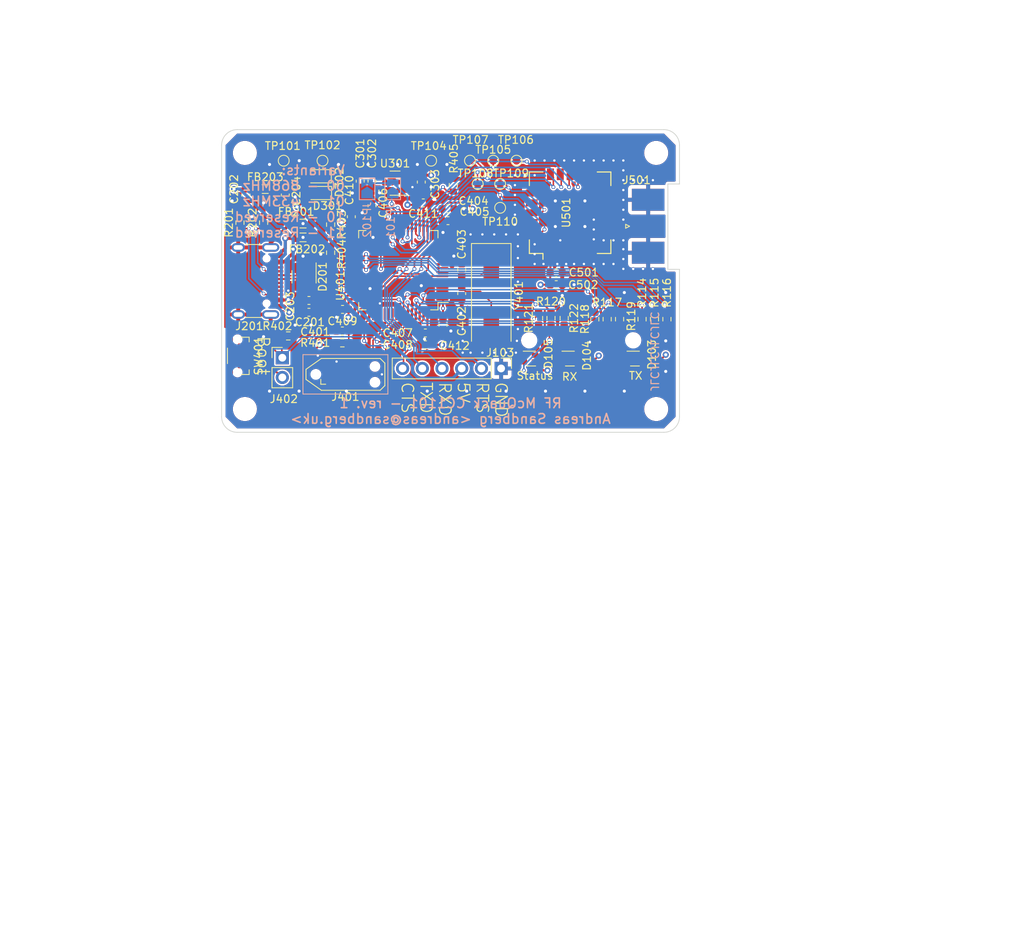
<source format=kicad_pcb>
(kicad_pcb (version 20221018) (generator pcbnew)
  (title_block (title "RF McQuack CC1101") (date "2023-11-11") (rev "1") (company "Andreas Sandberg <andreas@sandberg.uk>"))
  (layers (0 "F.Cu" signal) (1 "In1.Cu" power) (2 "In2.Cu" power) (31 "B.Cu" signal) (34 "B.Paste" user) (35 "F.Paste" user) (36 "B.SilkS" user "B.Silkscreen") (37 "F.SilkS" user "F.Silkscreen") (38 "B.Mask" user) (39 "F.Mask" user) (44 "Edge.Cuts" user))
  (net 0 "")
  (net 1 "GND")
  (net 2 "VCC")
  (net 3 "/~{UART_RTS}")
  (net 4 "/EXT_5V")
  (net 5 "/UART_RXD")
  (net 6 "/UART_TXD")
  (net 7 "/~{UART_CTS}")
  (net 8 "/VARIANT1")
  (net 9 "/VARIANT0")
  (net 10 "Net-(D103-RK)")
  (net 11 "Net-(D103-GK)")
  (net 12 "Net-(D103-BK)")
  (net 13 "Net-(D104-RK)")
  (net 14 "Net-(D104-GK)")
  (net 15 "Net-(D104-BK)")
  (net 16 "Net-(D105-RK)")
  (net 17 "Net-(D105-GK)")
  (net 18 "Net-(D105-BK)")
  (net 19 "/LED_STATUS_R")
  (net 20 "/LED_STATUS_G")
  (net 21 "/LED_STATUS_B")
  (net 22 "/LED_RX_R")
  (net 23 "/LED_RX_G")
  (net 24 "/LED_RX_B")
  (net 25 "/LED_TX_R")
  (net 26 "/LED_TX_G")
  (net 27 "/LED_TX_B")
  (net 28 "/USB/VBUS_UF")
  (net 31 "/USB/USB_SHIELD")
  (net 32 "/USB/USB_GND")
  (net 33 "/USB/USB_CC1")
  (net 35 "/USB/USB_CC2")
  (net 37 "Net-(D301-K)")
  (net 38 "/MCU/~{RST}")
  (net 39 "/MCU/BOOT0")
  (net 40 "/MCU/USB_VBUS_SENSE")
  (net 41 "/MCU/SWDIO")
  (net 42 "/MCU/SWCLK")
  (net 43 "/MCU/SWO")
  (net 46 "/MCU/OSC_IN")
  (net 47 "/MCU/OSC_OUT")
  (net 48 "Net-(U401-VCAP1)")
  (net 58 "/MCU/RF_GDO0")
  (net 59 "/MCU/RF_GDO2")
  (net 66 "/MCU/USB_D-")
  (net 67 "/MCU/USB_D+")
  (net 73 "/MCU/SPI_CLK")
  (net 74 "/MCU/SPI_MISO")
  (net 75 "/MCU/SPI_MOSI")
  (net 76 "/MCU/USB_VBUS")
  (net 77 "/Radio/Ant")
  (net 78 "/MCU/BOOT1")
  (net 79 "/MCU/~{RF_CS}")
  (footprint "TestPoint:TestPoint_Pad_D1.0mm" (layer "F.Cu") (at 133 57 90)
    (fp_text reference "TP108")
    (fp_text value "TestPoint")
  )
  (footprint "LED_SMD:LED_LiteOn_LTST-C19HE1WT" (layer "F.Cu") (at 139.663 79.5 90)
    (fp_text reference "D105")
    (fp_text value "LED")
  )
  (footprint "Resistor_SMD:R_0603_1608Metric" (layer "F.Cu") (at 149.682 74.422 90)
    (fp_text reference "R117")
    (fp_text value "150R")
  )
  (footprint "Capacitor_SMD:C_0603_1608Metric" (layer "F.Cu") (at 115.583 73.16 180)
    (fp_text reference "C409")
    (fp_text value "100nF")
  )
  (footprint "quack:SW_Push_1P1T-MP_NO_Horizontal_Alps_SKRTLAE010" (layer "F.Cu") (at 102.05 79.15 -90)
    (fp_text reference "SW401")
    (fp_text value "Alps SKRTLAE010")
  )
  (footprint "Capacitor_SMD:C_0603_1608Metric" (layer "F.Cu") (at 119.38 59.804 -90)
    (fp_text reference "C406")
    (fp_text value "2.2uF X5R")
  )
  (footprint "Capacitor_SMD:C_0603_1608Metric" (layer "F.Cu") (at 126.251 76.2)
    (fp_text reference "C407")
    (fp_text value "100nF")
  )
  (footprint "Inductor_SMD:L_0805_2012Metric" (layer "F.Cu") (at 105.6175 57.653)
    (fp_text reference "FB203")
    (fp_text value "120R/0.5A")
  )
  (footprint "Diode_SMD:D_SOD-323" (layer "F.Cu") (at 112.522 56.007 180)
    (fp_text reference "D302")
    (fp_text value "1N5819WS")
  )
  (footprint "quack:USB_C_Receptacle_HRO_TYPE-C-31-M-12" (layer "F.Cu") (at 103.19 69.5 -90)
    (fp_text reference "J201")
    (fp_text value "USB_C_Receptacle")
  )
  (footprint "Resistor_SMD:R_0603_1608Metric" (layer "F.Cu") (at 154.178 74.422 90)
    (fp_text reference "R114")
    (fp_text value "150R")
  )
  (footprint "Resistor_SMD:R_0603_1608Metric" (layer "F.Cu") (at 157.378 74.422 90)
    (fp_text reference "R116")
    (fp_text value "47R")
  )
  (footprint "Capacitor_SMD:C_0603_1608Metric" (layer "F.Cu") (at 143.116 68.453 180)
    (fp_text reference "C501")
    (fp_text value "100nF")
  )
  (footprint "TestPoint:TestPoint_Pad_D1.0mm" (layer "F.Cu") (at 138 54 90)
    (fp_text reference "TP106")
    (fp_text value "TestPoint")
  )
  (footprint "Capacitor_SMD:C_0603_1608Metric" (layer "F.Cu") (at 130.937 71.12 -90)
    (fp_text reference "C402")
    (fp_text value "20pF C0G")
  )
  (footprint "Inductor_SMD:L_0805_2012Metric" (layer "F.Cu") (at 110.49 63.881)
    (fp_text reference "FB202")
    (fp_text value "120R/0.5A")
  )
  (footprint "Resistor_SMD:R_0603_1608Metric" (layer "F.Cu") (at 114.046 62.238 -90)
    (fp_text reference "R403")
    (fp_text value "82k")
  )
  (footprint "TestPoint:TestPoint_Pad_D1.0mm" (layer "F.Cu") (at 113 54)
    (fp_text reference "TP102")
    (fp_text value "TestPoint")
  )
  (footprint "Capacitor_SMD:C_0603_1608Metric" (layer "F.Cu") (at 143.116 69.977)
    (fp_text reference "C502")
    (fp_text value "1uF")
  )
  (footprint "Crystal:Crystal_SMD_HC49-SD" (layer "F.Cu") (at 134.747 71.374 -90)
    (fp_text reference "Y401")
    (fp_text value "8MHz 20pF")
  )
  (footprint "Capacitor_SMD:C_0603_1608Metric" (layer "F.Cu") (at 117.856 56.637 -90)
    (fp_text reference "C301")
    (fp_text value "4.7uF")
  )
  (footprint "Capacitor_SMD:C_0603_1608Metric" (layer "F.Cu") (at 130.937 68.072 90)
    (fp_text reference "C403")
    (fp_text value "20pF C0G")
  )
  (footprint "TestPoint:TestPoint_Pad_D1.0mm" (layer "F.Cu") (at 127 54)
    (fp_text reference "TP104")
    (fp_text value "TestPoint")
  )
  (footprint "TestPoint:TestPoint_Pad_D1.0mm" (layer "F.Cu") (at 135.89 57 90)
    (fp_text reference "TP109")
    (fp_text value "TestPoint")
  )
  (footprint "Resistor_SMD:R_0603_1608Metric" (layer "F.Cu") (at 102.362 61.984 90)
    (fp_text reference "R201")
    (fp_text value "5k1, 20%")
  )
  (footprint "Inductor_SMD:L_0805_2012Metric" (layer "F.Cu") (at 110.49 62.103)
    (fp_text reference "FB201")
    (fp_text value "120R/0.5A")
  )
  (footprint "Diode_SMD:D_SOD-323" (layer "F.Cu") (at 112.556 58.166 180)
    (fp_text reference "D301")
    (fp_text value "1N5819WS")
  )
  (footprint "LED_SMD:LED_LiteOn_LTST-C19HE1WT" (layer "F.Cu") (at 153.035 79.5 90)
    (fp_text reference "D103")
    (fp_text value "LED")
  )
  (footprint "Capacitor_SMD:C_0603_1608Metric" (layer "F.Cu") (at 111.252 73.533)
    (fp_text reference "C201")
    (fp_text value "DNP")
  )
  (footprint "Connector_PinHeader_2.54mm:PinHeader_1x02_P2.54mm_Vertical" (layer "F.Cu") (at 107.823 79.391)
    (fp_text reference "J402")
    (fp_text value "Conn_01x02")
  )
  (footprint "quack:SMA_Molex_73251-2120_EdgeMount_Horizontal" (layer "F.Cu") (at 154.965 62.45)
    (fp_text reference "J501")
    (fp_text value "Conn_Coaxial")
  )
  (footprint "Capacitor_SMD:C_0603_1608Metric" (layer "F.Cu") (at 126.264 77.724)
    (fp_text reference "C408")
    (fp_text value "4.7uF")
  )
  (footprint "Capacitor_SMD:C_0603_1608Metric" (layer "F.Cu") (at 125.73 56.756 -90)
    (fp_text reference "C303")
    (fp_text value "1uF")
  )
  (footprint "MountingHole:MountingHole_2.7mm_M2.5" (layer "F.Cu") (at 156 86)
    (fp_text reference "H104" hide)
    (fp_text value "MountingHole_Pad")
  )
  (footprint "quack:Ebyte E07-400MM10S" (layer "F.Cu") (at 144.907 60.706 90)
    (fp_text reference "U501")
    (fp_text value "Ebyte-E07-900MM10S")
  )
  (footprint "Resistor_SMD:R_0603_1608Metric" (layer "F.Cu") (at 148.082 74.422 90)
    (fp_text reference "R118")
    (fp_text value "47R")
  )
  (footprint "TestPoint:TestPoint_Pad_D1.0mm" (layer "F.Cu") (at 108 54)
    (fp_text reference "TP101")
    (fp_text value "TestPoint")
  )
  (footprint "MountingHole:MountingHole_2.7mm_M2.5" (layer "F.Cu") (at 156 53)
    (fp_text reference "H103" hide)
    (fp_text value "MountingHole_Pad")
  )
  (footprint "Package_QFP:LQFP-64_10x10mm_P0.5mm" (layer "F.Cu") (at 122.769 68.108 180)
    (fp_text reference "U401")
    (fp_text value "STM32F401RCT6")
  )
  (footprint "Resistor_SMD:R_0603_1608Metric" (layer "F.Cu") (at 105.41 61.984 90)
    (fp_text reference "R202")
    (fp_text value "5k1, 20%")
  )
  (footprint "Resistor_SMD:R_0603_1608Metric" (layer "F.Cu") (at 142.443 74.295 90)
    (fp_text reference "R120")
    (fp_text value "150R")
  )
  (footprint "LED_SMD:LED_LiteOn_LTST-C19HE1WT" (layer "F.Cu") (at 144.653 79.5 90)
    (fp_text reference "D104")
    (fp_text value "LED")
  )
  (footprint "Capacitor_SMD:C_0603_1608Metric" (layer "F.Cu") (at 108.204 58.428 -90)
    (fp_text reference "C204")
    (fp_text value "100nF")
  )
  (footprint "Capacitor_SMD:C_0603_1608Metric" (layer "F.Cu") (at 115.557 75.946)
    (fp_text reference "C401")
    (fp_text value "100nF")
  )
  (footprint "Package_TO_SOT_SMD:SOT-23-6" (layer "F.Cu") (at 110.617 68.9635 -90)
    (fp_text reference "D201")
    (fp_text value "SRV05-4")
  )
  (footprint "MountingHole:MountingHole_2.7mm_M2.5" (layer "F.Cu") (at 103 53)
    (fp_text reference "H101" hide)
    (fp_text value "MountingHole_Pad")
  )
  (footprint "Package_TO_SOT_SMD:SOT-23" (layer "F.Cu") (at 122.3495 56.896 180)
    (fp_text reference "U301")
    (fp_text value "XC6206P332MR")
  )
  (footprint "Resistor_SMD:R_0603_1608Metric" (layer "F.Cu") (at 140.843 74.295 90)
    (fp_text reference "R121")
    (fp_text value "47R")
  )
  (footprint "TestPoint:TestPoint_Pad_D1.0mm" (layer "F.Cu") (at 135 54 90)
    (fp_text reference "TP105")
    (fp_text value "TestPoint")
  )
  (footprint "Resistor_SMD:R_0603_1608Metric" (layer "F.Cu") (at 129.857 57.158 -90)
    (fp_text reference "R405")
    (fp_text value "10k")
  )
  (footprint "quack:Lightpipe_Dialight_515-1064F" (layer "F.Cu") (at 158.5 79.433 -90)
    (fp_text reference "REF**" hide)
    (fp_text value "Lightpipe_Dialight_515-1064F")
  )
  (footprint "Resistor_SMD:R_0603_1608Metric" (layer "F.Cu") (at 114.046 65.857 -90)
    (fp_text reference "R404")
    (fp_text value "33k")
  )
  (footprint "TestPoint:TestPoint_Pad_D1.0mm" (layer "F.Cu") (at 135.89 60.071)
    (fp_text reference "TP110")
    (fp_text value "TestPoint")
  )
  (footprint "Capacitor_SMD:C_0603_1608Metric" (layer "F.Cu") (at 128.524 75.184 -90)
    (fp_text reference "C412")
    (fp_text value "100nF")
  )
  (footprint "Capacitor_SMD:C_0603_1608Metric" (layer "F.Cu") (at 129.172 60.206 180)
    (fp_text reference "C404")
    (fp_text value "1.0uF")
  )
  (footprint "Connector_PinHeader_2.54mm:PinHeader_1x06_P2.54mm_Vertical" (layer "F.Cu") (at 136.017 80.772 -90)
    (fp_text reference "J103")
    (fp_text value "Conn_01x06_Pin")
  )
  (footprint "Capacitor_SMD:C_0603_1608Metric" (layer "F.Cu") (at 111.252 72.009)
    (fp_text reference "C203")
    (fp_text value "100nF")
  )
  (footprint "Resistor_SMD:R_0603_1608Metric" (layer "F.Cu") (at 155.778 74.422 90)
    (fp_text reference "R115")
    (fp_text value "47R")
  )
  (footprint "Capacitor_SMD:C_0603_1608Metric" (layer "F.Cu") (at 119.38 56.637 -90)
    (fp_text reference "C302")
    (fp_text value "1uF")
  )
  (footprint "Resistor_SMD:R_0603_1608Metric" (layer "F.Cu") (at 115.557 77.47)
    (fp_text reference "R401")
    (fp_text value "10k")
  )
  (footprint "Capacitor_SMD:C_0603_1608Metric" (layer "F.Cu") (at 103.124 58.428 -90)
    (fp_text reference "C202")
    (fp_text value "10nF")
  )
  (footprint "Connector:Tag-Connect_TC2050-IDC-NL_2x05_P1.27mm_Vertical_with_bottom_clip" (layer "F.Cu") (at 115.951 81.534)
    (fp_text reference "J401")
    (fp_text value "Conn_ARM_JTAG_SWD_10")
  )
  (footprint "TestPoint:TestPoint_Pad_D1.0mm" (layer "F.Cu") (at 132 54 90)
    (fp_text reference "TP107")
    (fp_text value "TestPoint")
  )
  (footprint "Resistor_SMD:R_0603_1608Metric" (layer "F.Cu") (at 108.585 76.581)
    (fp_text reference "R402")
    (fp_text value "10k")
  )
  (footprint "Capacitor_SMD:C_0603_1608Metric" (layer "F.Cu") (at 116.713 61.222 90)
    (fp_text reference "C410")
    (fp_text value "100nF")
  )
  (footprint "Capacitor_SMD:C_0603_1608Metric" (layer "F.Cu") (at 125.984 59.436)
    (fp_text reference "C411")
    (fp_text value "100nF")
  )
  (footprint "Capacitor_SMD:C_0603_1608Metric" (layer "F.Cu") (at 129.172 61.73 180)
    (fp_text reference "C405")
    (fp_text value "100nF")
  )
  (footprint "Resistor_SMD:R_0603_1608Metric" (layer "F.Cu") (at 151.282 74.422 90)
    (fp_text reference "R119")
    (fp_text value "47R")
  )
  (footprint "Resistor_SMD:R_0603_1608Metric" (layer "F.Cu") (at 144.143 74.295 90)
    (fp_text reference "R122")
    (fp_text value "47R")
  )
  (footprint "MountingHole:MountingHole_2.7mm_M2.5" (layer "F.Cu") (at 103 86)
    (fp_text reference "H102" hide)
    (fp_text value "MountingHole_Pad")
  )
  (footprint "Jumper:SolderJumper-2_P1.3mm_Open_TrianglePad1.0x1.5mm" (layer "B.Cu") (at 118.745 57.621 90)
    (fp_text reference "JP102")
    (fp_text value "SolderJumper_2_Open")
  )
  (footprint "Jumper:SolderJumper-2_P1.3mm_Open_TrianglePad1.0x1.5mm" (layer "B.Cu") (at 122.047 57.621 90)
    (fp_text reference "JP101")
    (fp_text value "SolderJumper_2_Open")
  )
  (gr_arc (start 100 52) (mid 100.585786 50.585786) (end 102 50) (stroke (width 0.1)) (layer "Edge.Cuts"))
  (gr_arc (start 102 89) (mid 100.585786 88.414214) (end 100 87) (stroke (width 0.1)) (layer "Edge.Cuts"))
  (gr_line (start 159 68) (end 159 87) (stroke (width 0.1)) (layer "Edge.Cuts"))
  (gr_line (start 102 50) (end 157 50) (stroke (width 0.1)) (layer "Edge.Cuts"))
  (gr_line (start 100 87) (end 100 52) (stroke (width 0.1)) (layer "Edge.Cuts"))
  (gr_line (start 157.5 57) (end 157.5 68) (stroke (width 0.1)) (layer "Edge.Cuts"))
  (gr_line (start 159 57) (end 157.5 57) (stroke (width 0.1)) (layer "Edge.Cuts"))
  (gr_line (start 157 89) (end 102 89) (stroke (width 0.1)) (layer "Edge.Cuts"))
  (gr_line (start 159 52) (end 159 57) (stroke (width 0.1)) (layer "Edge.Cuts"))
  (gr_arc (start 157 50) (mid 158.414214 50.585786) (end 159 52) (stroke (width 0.1)) (layer "Edge.Cuts"))
  (gr_arc (start 159 87) (mid 158.414214 88.414214) (end 157 89) (stroke (width 0.1)) (layer "Edge.Cuts"))
  (gr_line (start 157.5 68) (end 159 68) (stroke (width 0.1)) (layer "Edge.Cuts"))
  (gr_text "JLCJLCJLCJLC" (at 155.194 83.82 -90) (layer "B.SilkS") (effects (font (size 1 1)) (justify left bottom mirror)))
  (gr_text "${TITLE} - rev. ${REVISION}\n${COMPANY}" (at 129.5 88) (layer "B.SilkS") (effects (font (size 1.25 1.25) (thickness 0.2)) (justify bottom mirror)))
  (gr_text "Variants:\n00 - 868MHz\n01 - 433MHz\n10 - Reserved\n11 - Reserved" (at 116 64) (layer "B.SilkS") (effects (font (size 1.25 1.25) (thickness 0.2)) (justify left bottom mirror)))
  (gr_text "Status" (at 137.922 82.296) (layer "F.SilkS") (effects (font (size 1 1)) (justify left bottom)))
  (gr_text "TX" (at 152.4 82.296) (layer "F.SilkS") (effects (font (size 1 1)) (justify left bottom)))
  (gr_text "Boot" (at 104.5 76.5 -90) (layer "F.SilkS") (effects (font (size 1.5 1.5)) (justify left bottom)))
  (gr_text "GND\nRTS\n5V\nRXD\nTXD\nCTS\n" (at 123.063 82.423 -90) (layer "F.SilkS") (effects (font (size 1.5 1.5)) (justify left bottom)))
  (gr_text "RX" (at 143.764 82.423) (layer "F.SilkS") (effects (font (size 1 1)) (justify left bottom)))
  (segment (start 119.519 62.433) (end 119.519 63.869) (width 0.25) (layer "F.Cu") (net 1))
  (segment (start 110.49 67.699) (end 110.617 67.826) (width 0.4) (layer "F.Cu") (net 1))
  (segment (start 127 58.674) (end 127 57.404) (width 0.25) (layer "F.Cu") (net 1))
  (segment (start 126.019 60.176) (end 126.759 59.436) (width 0.25) (layer "F.Cu") (net 1))
  (segment (start 108.204 59.203) (end 108.945 59.203) (width 0.25) (layer "F.Cu") (net 1))
  (segment (start 119.214122 61.443) (end 119.519 61.747878) (width 0.25) (layer "F.Cu") (net 1))
  (segment (start 117.094 71.358) (end 116.253315 71.358) (width 0.25) (layer "F.Cu") (net 1))
  (segment (start 125.489 76.213) (end 125.476 76.2) (width 0.25) (layer "F.Cu") (net 1))
  (segment (start 125.489 76.962) (end 126.117447 76.962) (width 0.25) (layer "F.Cu") (net 1))
  (segment (start 126.019 74.468122) (end 126.019 73.783) (width 0.25) (layer "F.Cu") (net 1))
  (segment (start 129.857 56.333) (end 128.071 56.333) (width 0.25) (layer "F.Cu") (net 1))
  (segment (start 114.808 72.803315) (end 114.808 73.16) (width 0.25) (layer "F.Cu") (net 1))
  (segment (start 126.759 58.915) (end 127 58.674) (width 0.25) (layer "F.Cu") (net 1))
  (segment (start 102.108 59.19) (end 102.121 59.203) (width 0.4) (layer "F.Cu") (net 1))
  (segment (start 125.489 77.724) (end 125.489 76.962) (width 0.25) (layer "F.Cu") (net 1))
  (segment (start 125.476 57.417) (end 126.987 57.417) (width 0.4) (layer "F.Cu") (net 1))
  (segment (start 126.117447 76.962) (end 126.146062 76.990615) (width 0.25) (layer "F.Cu") (net 1))
  (segment (start 117.856 57.412) (end 119.38 57.412) (width 0.4) (layer "F.Cu") (net 1))
  (segment (start 126.987 57.417) (end 127 57.404) (width 0.4) (layer "F.Cu") (net 1))
  (segment (start 129.857 66.358) (end 129.921 66.294) (width 0.25) (layer "F.Cu") (net 1))
  (segment (start 129.947 61.73) (end 129.947 60.206) (width 0.25) (layer "F.Cu") (net 1))
  (segment (start 115.57 60.46) (end 116.7 60.46) (width 0.25) (layer "F.Cu") (net 1))
  (segment (start 108.945 59.203) (end 109.474 58.674) (width 0.25) (layer "F.Cu") (net 1))
  (segment (start 117.094 71.358) (end 118.253 71.358) (width 0.25) (layer "F.Cu") (net 1))
  (segment (start 110.49 66.302) (end 110.49 67.699) (width 0.4) (layer "F.Cu") (net 1))
  (segment (start 116.713 60.447) (end 117.851 60.447) (width 0.25) (layer "F.Cu") (net 1))
  (segment (start 114.808 73.16) (end 114.808 74.176) (width 0.25) (layer "F.Cu") (net 1))
  (segment (start 110.49 62.103) (end 111.5525 62.103) (width 0.4) (layer "F.Cu") (net 1))
  (segment (start 116.253315 71.358) (end 114.808 72.803315) (width 0.25) (layer "F.Cu") (net 1))
  (segment (start 129.947 66.268) (end 129.921 66.294) (width 0.25) (layer "F.Cu") (net 1))
  (segment (start 131.191 60.206) (end 129.947 60.206) (width 0.25) (layer "F.Cu") (net 1))
  (segment (start 129.947 65.676517) (end 129.947 66.268) (width 0.25) (layer "F.Cu") (net 1))
  (segment (start 125.489 76.962) (end 125.489 76.213) (width 0.25) (layer "F.Cu") (net 1))
  (segment (start 123.716 57.417) (end 123.287 57.846) (width 0.4) (layer "F.Cu") (net 1))
  (segment (start 125.476 76.2) (end 125.476 75.011122) (width 0.25) (layer "F.Cu") (net 1))
  (segment (start 128.071 56.333) (end 127 57.404) (width 0.25) (layer "F.Cu") (net 1))
  (segment (start 103.124 59.203) (end 101.367 59.203) (width 0.4) (layer "F.Cu") (net 1))
  (segment (start 118.847 61.443) (end 119.214122 61.443) (width 0.25) (layer "F.Cu") (net 1))
  (segment (start 117.094 58.174) (end 117.856 57.412) (width 0.4) (layer "F.Cu") (net 1))
  (segment (start 119.38 57.412) (end 119.38 58.166) (width 0.4) (layer "F.Cu") (net 1))
  (segment (start 119.38 58.166) (end 120.327823 58.166) (width 0.4) (layer "F.Cu") (net 1))
  (segment (start 102.121 59.203) (end 103.124 59.203) (width 0.4) (layer "F.Cu") (net 1))
  (segment (start 128.444 66.358) (end 129.857 66.358) (width 0.25) (layer "F.Cu") (net 1))
  (segment (start 119.519 61.747878) (end 119.519 62.433) (width 0.25) (layer "F.Cu") (net 1))
  (segment (start 125.476 75.011122) (end 126.019 74.468122) (width 0.25) (layer "F.Cu") (net 1))
  (segment (start 128.524 75.959) (end 129.527 75.959) (width 0.25) (layer "F.Cu") (net 1))
  (segment (start 116.84 58.174) (end 117.094 58.174) (width 0.4) (layer "F.Cu") (net 1))
  (segment (start 129.947 65.676517) (end 129.947 61.73) (width 0.25) (layer "F.Cu") (net 1))
  (segment (start 117.851 60.447) (end 118.11 60.706) (width 0.25) (layer "F.Cu") (net 1))
  (segment (start 113.41 66.682) (end 112.776 66.048) (width 0.25) (layer "F.Cu") (net 1))
  (segment (start 126.759 59.436) (end 126.759 58.915) (width 0.25) (layer "F.Cu") (net 1))
  (segment (start 114.046 66.682) (end 113.41 66.682) (width 0.25) (layer "F.Cu") (net 1))
  (segment (start 110.49 63.881) (end 111.5525 63.881) (width 0.4) (layer "F.Cu") (net 1))
  (segment (start 129.527 75.959) (end 129.54 75.946) (width 0.25) (layer "F.Cu") (net 1))
  (segment (start 119.519 63.869) (end 119.507 63.881) (width 0.25) (layer "F.Cu") (net 1))
  (segment (start 118.253 71.358) (end 119.126 70.485) (width 0.25) (layer "F.Cu") (net 1))
  (segment (start 119.38 58.166) (end 119.38 59.029) (width 0.4) (layer "F.Cu") (net 1))
  (segment (start 126.019 62.433) (end 126.019 60.176) (width 0.25) (layer "F.Cu") (net 1))
  (segment (start 120.327823 58.166) (end 120.3485 58.145323) (width 0.4) (layer "F.Cu") (net 1))
  (segment (start 101.367 59.203) (end 101.346 59.182) (width 0.4) (layer "F.Cu") (net 1))
  (segment (start 125.476 57.417) (end 123.716 57.417) (width 0.4) (layer "F.Cu") (net 1))
  (segment (start 118.11 60.706) (end 118.847 61.443) (width 0.25) (layer "F.Cu") (net 1))
  (segment (start 116.7 60.46) (end 116.713 60.447) (width 0.25) (layer "F.Cu") (net 1))
  (segment (start 110 54) (end 108 54) (width 0.4) (layer "F.Cu") (net 1))
  (via (at 143.002 62.484) (size 0.8) (drill 0.4) (layers "F.Cu" "B.Cu") (net 1))
  (via (at 119.126 70.485) (size 0.8) (drill 0.4) (layers "F.Cu" "B.Cu") (net 1))
  (via (at 120.396 72.39) (size 0.5) (drill 0.3) (layers "F.Cu" "B.Cu") (net 1))
  (via (at 109.474 58.674) (size 0.8) (drill 0.4) (layers "F.Cu" "B.Cu") (net 1))
  (via (at 109.982 83.693) (size 0.8) (drill 0.4) (layers "F.Cu" "B.Cu") (net 1))
  (via (at 145.415 53.975) (size 0.45) (drill 0.3) (layers "F.Cu" "B.Cu") (net 1))
  (via (at 118.11 60.706) (size 0.8) (drill 0.4) (layers "F.Cu" "B.Cu") (net 1))
  (via (at 138.049 77.216) (size 0.5) (drill 0.3) (layers "F.Cu" "B.Cu") (net 1))
  (via (at 146.685 67.31) (size 0.45) (drill 0.3) (layers "F.Cu" "B.Cu") (net 1))
  (via (at 150.495 67.31) (size 0.45) (drill 0.3) (layers "F.Cu" "B.Cu") (net 1))
  (via (at 105.402341 76.676315) (size 0.8) (drill 0.4) (layers "F.Cu" "B.Cu") (net 1))
  (via (at 127 57.404) (size 0.8) (drill 0.4) (layers "F.Cu" "B.Cu") (net 1))
  (via (at 151.765 65.405) (size 0.45) (drill 0.3) (layers "F.Cu" "B.Cu") (net 1))
  (via (at 141.478 67.31) (size 0.45) (drill 0.3) (layers "F.Cu" "B.Cu") (net 1))
  (via (at 155.575 67.945) (size 0.45) (drill 0.3) (layers "F.Cu" "B.Cu") (net 1))
  (via (at 135.128 78.74) (size 0.5) (drill 0.3) (layers "F.Cu" "B.Cu") (net 1))
  (via (at 131.064 64.516) (size 0.5) (drill 0.3) (layers "F.Cu" "B.Cu") (net 1))
  (via (at 151.765 61.595) (size 0.45) (drill 0.3) (layers "F.Cu" "B.Cu") (net 1))
  (via (at 139.065 55.88) (size 0.45) (drill 0.3) (layers "F.Cu" "B.Cu") (net 1))
  (via (at 106.172 54.483) (size 0.8) (drill 0.4) (layers "F.Cu" "B.Cu") (net 1))
  (via (at 110.49 66.302) (size 0.8) (drill 0.4) (layers "F.Cu" "B.Cu") (net 1))
  (via (at 150.495 64.262) (size 0.45) (drill 0.3) (layers "F.Cu" "B.Cu") (net 1))
  (via (at 116.84 58.174) (size 0.8) (drill 0.4) (layers "F.Cu" "B.Cu") (net 1))
  (via (at 112.776 66.048) (size 0.8) (drill 0.4) (layers "F.Cu" "B.Cu") (net 1))
  (via (at 130.81 73.66) (size 0.8) (drill 0.4) (layers "F.Cu" "B.Cu") (net 1))
  (via (at 115.062 54.483) (size 0.8) (drill 0.4) (layers "F.Cu" "B.Cu") (net 1))
  (via (at 147.955 62.865) (size 0.45) (drill 0.3) (layers "F.Cu" "B.Cu") (net 1))
  (via (at 138.176 69.596) (size 0.5) (drill 0.3) (layers "F.Cu" "B.Cu") (net 1))
  (via (at 118.872 54.483) (size 0.8) (drill 0.4) (layers "F.Cu" "B.Cu") (net 1))
  (via (at 131.064 77.216) (size 0.5) (drill 0.3) (layers "F.Cu" "B.Cu") (net 1))
  (via (at 120.65 81.534) (size 0.5) (drill 0.3) (layers "F.Cu" "B.Cu") (net 1))
  (via (at 106.172 83.693) (size 0.8) (drill 0.4) (layers "F.Cu" "B.Cu") (net 1))
  (via (at 132.08 63.5) (size 0.5) (drill 0.3) (layers "F.Cu" "B.Cu") (net 1))
  (via (at 151.765 56.515) (size 0.45) (drill 0.3) (layers "F.Cu" "B.Cu") (net 1))
  (via (at 137.795 58.42) (size 0.45) (drill 0.3) (layers "F.Cu" "B.Cu") (net 1))
  (via (at 111.506 75.184) (size 0.8) (drill 0.4) (layers "F.Cu" "B.Cu") (net 1))
  (via (at 146.812 62.484) (size 0.8) (drill 0.4) (layers "F.Cu" "B.Cu") (net 1))
  (via (at 131.191 60.206) (size 0.8) (drill 0.4) (layers "F.Cu" "B.Cu") (net 1))
  (via (at 137.795 55.88) (size 0.45) (drill 0.3) (layers "F.Cu" "B.Cu") (net 1))
  (via (at 105.41 59.436) (size 0.8) (drill 0.4) (layers "F.Cu" "B.Cu") (net 1))
  (via (at 140.335 53.975) (size 0.45) (drill 0.3) (layers "F.Cu" "B.Cu") (net 1))
  (via (at 149.225 53.975) (size 0.45) (drill 0.3) (layers "F.Cu" "B.Cu") (net 1))
  (via (at 141.732 83.693) (size 0.8) (drill 0.4) (layers "F.Cu" "B.Cu") (net 1))
  (via (at 147.447 77.343) (size 0.5) (drill 0.3) (layers "F.Cu" "B.Cu") (net 1))
  (via (at 143.637 64.262) (size 0.45) (drill 0.3) (layers "F.Cu" "B.Cu") (net 1))
  (via (at 136.652 63.5) (size 0.5) (drill 0.3) (layers "F.Cu" "B.Cu") (net 1))
  (via (at 138.176 72.644) (size 0.5) (drill 0.3) (layers "F.Cu" "B.Cu") (net 1))
  (via (at 136.652 78.74) (size 0.5) (drill 0.3) (layers "F.Cu" "B.Cu") (net 1))
  (via (at 146.812 83.693) (size 0.8) (drill 0.4) (layers "F.Cu" "B.Cu") (net 1))
  (via (at 145.415 69.977) (size 0.8) (drill 0.4) (layers "F.Cu" "B.Cu") (net 1))
  (via (at 147.955 53.975) (size 0.45) (drill 0.3) (layers "F.Cu" "B.Cu") (net 1))
  (via (at 144.399 67.31) (size 0.45) (drill 0.3) (layers "F.Cu" "B.Cu") (net 1))
  (via (at 138.176 66.548) (size 0.5) (drill 0.3) (layers "F.Cu" "B.Cu") (net 1))
  (via (at 101.346 59.182) (size 0.8) (drill 0.4) (layers "F.Cu" "B.Cu") (net 1))
  (via (at 110 54) (size 0.8) (drill 0.4) (layers "F.Cu" "B.Cu") (net 1))
  (via (at 157.226 81.153) (size 0.8) (drill 0.4) (layers "F.Cu" "B.Cu") (net 1))
  (via (at 142.875 53.975) (size 0.45) (drill 0.3) (layers "F.Cu" "B.Cu") (net 1))
  (via (at 136.652 83.693) (size 0.8) (drill 0.4) (layers "F.Cu" "B.Cu") (net 1))
  (via (at 121.793 76.2) (size 0.5) (drill 0.3) (layers "F.Cu" "B.Cu") (net 1))
  (via (at 151.765 55.245) (size 0.45) (drill 0.3) (layers "F.Cu" "B.Cu") (net 1))
  (via (at 114.808 79.883) (size 0.5) (drill 0.3) (layers "F.Cu" "B.Cu") (net 1))
  (via (at 151.765 64.262) (size 0.45) (drill 0.3) (layers "F.Cu" "B.Cu") (net 1))
  (via (at 109.474 75.184) (size 0.8) (drill 0.4) (layers "F.Cu" "B.Cu") (net 1))
  (via (at 149.225 67.31) (size 0.45) (drill 0.3) (layers "F.Cu" "B.Cu") (net 1))
  (via (at 108.585 70.747) (size 0.5) (drill 0.3) (layers "F.Cu" "B.Cu") (net 1))
  (via (at 138.176 75.692) (size 0.5) (drill 0.3) (layers "F.Cu" "B.Cu") (net 1))
  (via (at 119.507 63.881) (size 0.8) (drill 0.4) (layers "F.Cu" "B.Cu") (net 1))
  (via (at 151.765 59.055) (size 0.45) (drill 0.3) (layers "F.Cu" "B.Cu") (net 1))
  (via (at 157.226 77.216) (size 0.8) (drill 0.4) (layers "F.Cu" "B.Cu") (net 1))
  (via (at 140.335 66.04) (size 0.45) (drill 0.3) (layers "F.Cu" "B.Cu") (net 1))
  (via (at 144.145 53.975) (size 0.45) (drill 0.3) (layers "F.Cu" "B.Cu") (net 1))
  (via (at 124.587 57.404) (size 0.45) (drill 0.3) (layers "F.Cu" "B.Cu") (net 1))
  (via (at 157.226 70.993) (size 0.8) (drill 0.4) (layers "F.Cu" "B.Cu") (net 1))
  (via (at 145.415 67.31) (size 0.45) (drill 0.3) (layers "F.Cu" "B.Cu") (net 1))
  (via (at 137.795 62.23) (size 0.45) (drill 0.3) (layers "F.Cu" "B.Cu") (net 1))
  (via (at 138.176 63.5) (size 0.5) (drill 0.3) (layers "F.Cu" "B.Cu") (net 1))
  (via (at 146.812 59.182) (size 0.8) (drill 0.4) (layers "F.Cu" "B.Cu") (net 1))
  (via (at 140.335 55.88) (size 0.45) (drill 0.3) (layers "F.Cu" "B.Cu") (net 1))
  (via (at 151.765 57.785) (size 0.45) (drill 0.3) (layers "F.Cu" "B.Cu") (net 1))
  (via (at 138.176 65.024) (size 0.5) (drill 0.3) (layers "F.Cu" "B.Cu") (net 1))
  (via (at 143.256 67.31) (size 0.45) (drill 0.3) (layers "F.Cu" "B.Cu") (net 1))
  (via (at 151.765 53.975) (size 0.45) (drill 0.3) (layers "F.Cu" "B.Cu") (net 1))
  (via (at 137.795 59.69) (size 0.45) (drill 0.3) (layers "F.Cu" "B.Cu") (net 1))
  (via (at 151.765 60.325) (size 0.45) (drill 0.3) (layers "F.Cu" "B.Cu") (net 1))
  (via (at 151.892 70.993) (size 0.8) (drill 0.4) (layers "F.Cu" "B.Cu") (net 1))
  (via (at 141.605 53.975) (size 0.45) (drill 0.3) (layers "F.Cu" "B.Cu") (net 1))
  (via (at 137.922 78.74) (size 0.5) (drill 0.3) (layers "F.Cu" "B.Cu") (net 1))
  (via (at 129.54 75.946) (size 0.8) (drill 0.4) (layers "F.Cu" "B.Cu") (net 1))
  (via (at 115.57 60.46) (size 0.8) (drill 0.4) (layers "F.Cu" "B.Cu") (net 1))
  (via (at 138.176 71.12) (size 0.5) (drill 0.3) (layers "F.Cu" "B.Cu") (net 1))
  (via (at 154.305 67.945) (size 0.45) (drill 0.3) (layers "F.Cu" "B.Cu") (net 1))
  (via (at 137.795 60.96) (size 0.45) (drill 0.3) (layers "F.Cu" "B.Cu") (net 1))
  (via (at 147.955 64.135) (size 0.45) (drill 0.3) (layers "F.Cu" "B.Cu") (net 1))
  (via (at 129.921 66.294) (size 0.8) (drill 0.4) (layers "F.Cu" "B.Cu") (net 1))
  (via (at 128.524 63.246) (size 0.8) (drill 0.4) (layers "F.Cu" "B.Cu") (net 1))
  (via (at 129.032 54.483) (size 0.8) (drill 0.4) (layers "F.Cu" "B.Cu") (net 1))
  (via (at 147.955 67.31) (size 0.45) (drill 0.3) (layers "F.Cu" "B.Cu") (net 1))
  (via (at 122.682 54.483) (size 0.8) (drill 0.4) (layers "F.Cu" "B.Cu") (net 1))
  (via (at 151.892 83.693) (size 0.8) (drill 0.4) (layers "F.Cu" "B.Cu") (net 1))
  (via (at 116.078 83.693) (size 0.8) (drill 0.4) (layers "F.Cu" "B.Cu") (net 1))
  (via (at 150.495 53.975) (size 0.45) (drill 0.3) (layers "F.Cu" "B.Cu") (net 1))
  (via (at 125.73 70.104) (size 0.8) (drill 0.4) (layers "F.Cu" "B.Cu") (net 1))
  (via (at 112.395 79.121) (size 0.5) (drill 0.3) (layers "F.Cu" "B.Cu") (net 1))
  (via (at 146.685 53.975) (size 0.45) (drill 0.3) (layers "F.Cu" "B.Cu") (net 1))
  (via (at 133.604 63.5) (size 0.5) (drill 0.3) (layers "F.Cu" "B.Cu") (net 1))
  (via (at 138.176 74.168) (size 0.5) (drill 0.3) (layers "F.Cu" "B.Cu") (net 1))
  (via (at 147.955 61.595) (size 0.45) (drill 0.3) (layers "F.Cu" "B.Cu") (net 1))
  (via (at 132.08 78.74) (size 0.5) (drill 0.3) (layers "F.Cu" "B.Cu") (net 1))
  (via (at 149.225 64.262) (size 0.45) (drill 0.3) (layers "F.Cu" "B.Cu") (net 1))
  (via (at 110.49 63.881) (size 0.8) (drill 0.4) (layers "F.Cu" "B.Cu") (net 1))
  (via (at 131.572 83.693) (size 0.8) (drill 0.4) (layers "F.Cu" "B.Cu") (net 1))
  (via (at 143.891 71.374) (size 0.8) (drill 0.4) (layers "F.Cu" "B.Cu") (net 1))
  (via (at 140.335 67.31) (size 0.45) (drill 0.3) (layers "F.Cu" "B.Cu") (net 1))
  (via (at 137.795 57.15) (size 0.45) (drill 0.3) (layers "F.Cu" "B.Cu") (net 1))
  (via (at 151.765 67.945) (size 0.45) (drill 0.3) (layers "F.Cu" "B.Cu") (net 1))
  (via (at 143.002 59.182) (size 0.8) (drill 0.4) (layers "F.Cu" "B.Cu") (net 1))
  (via (at 153.035 67.945) (size 0.45) (drill 0.3) (layers "F.Cu" "B.Cu") (net 1))
  (via (at 103.886 61.214) (size 0.8) (drill 0.4) (layers "F.Cu" "B.Cu") (net 1))
  (via (at 133.604 78.74) (size 0.5) (drill 0.3) (layers "F.Cu" "B.Cu") (net 1))
  (via (at 155.575 56.515) (size 0.45) (drill 0.3) (layers "F.Cu" "B.Cu") (net 1))
  (via (at 140.335 64.77) (size 0.45) (drill 0.3) (layers "F.Cu" "B.Cu") (net 1))
  (via (at 126.492 83.693) (size 0.8) (drill 0.4) (layers "F.Cu" "B.Cu") (net 1))
  (via (at 153.035 56.515) (size 0.45) (drill 0.3) (layers "F.Cu" "B.Cu") (net 1))
  (via (at 126.146062 76.990615) (size 0.8) (drill 0.4) (layers "F.Cu" "B.Cu") (net 1))
  (via (at 120.3485 58.145323) (size 0.8) (drill 0.4) (layers "F.Cu" "B.Cu") (net 1))
  (via (at 110.49 62.103) (size 0.8) (drill 0.4) (layers "F.Cu" "B.Cu") (net 1))
  (via (at 131.064 75.692) (size 0.5) (drill 0.3) (layers "F.Cu" "B.Cu") (net 1))
  (via (at 125.222 54.483) (size 0.8) (drill 0.4) (layers "F.Cu" "B.Cu") (net 1))
  (via (at 114.808 74.176) (size 0.8) (drill 0.4) (layers "F.Cu" "B.Cu") (net 1))
  (via (at 131.064 78.74) (size 0.5) (drill 0.3) (layers "F.Cu" "B.Cu") (net 1))
  (via (at 154.305 56.515) (size 0.45) (drill 0.3) (layers "F.Cu" "B.Cu") (net 1))
  (via (at 135.128 63.5) (size 0.5) (drill 0.3) (layers "F.Cu" "B.Cu") (net 1))
  (via (at 151.765 66.675) (size 0.45) (drill 0.3) (layers "F.Cu" "B.Cu") (net 1))
  (segment (start 142.341 69.977) (end 142.341 68.453) (width 0.25) (layer "F.Cu") (net 2))
  (segment (start 111.2667 79.1143) (end 111.51 78.871) (width 0.25) (layer "F.Cu") (net 2))
  (segment (start 127.039 77.724) (end 127.635 77.724) (width 0.25) (layer "F.Cu") (net 2))
  (segment (start 142.341 68.453) (end 142.367 68.427) (width 0.25) (layer "F.Cu") (net 2))
  (segment (start 125.519 62.433) (end 125.519 59.746) (width 0.25) (layer "F.Cu") (net 2))
  (segment (start 116.358 74.15) (end 116.332 74.176) (width 0.25) (layer "F.Cu") (net 2))
  (segment (start 118.583 61.997) (end 119.019 62.433) (width 0.25) (layer "F.Cu") (net 2))
  (segment (start 113.411 82.169) (end 113.017301 82.562699) (width 0.25) (layer "F.Cu") (net 2))
  (segment (start 112.649 77.732) (end 111.51 78.871) (width 0.25) (layer "F.Cu") (net 2))
  (segment (start 116.358 73.16) (end 116.358 74.15) (width 0.25) (layer "F.Cu") (net 2))
  (segment (start 107.76 81.931) (end 104.979 79.15) (width 0.25) (layer "F.Cu") (net 2))
  (segment (start 156.303 79.925) (end 153.76 79.925) (width 0.25) (layer "F.Cu") (net 2))
  (segment (start 112.649 77.732) (end 114.47 77.732) (width 0.25) (layer "F.Cu") (net 2))
  (segment (start 129.284685 65.858) (end 128.444 65.858) (width 0.25) (layer "F.Cu") (net 2))
  (segment (start 117.094 71.858) (end 116.491 71.858) (width 0.25) (layer "F.Cu") (net 2))
  (segment (start 116.358 72.043) (end 116.358 73.16) (width 0.25) (layer "F.Cu") (net 2))
  (segment (start 132.334 60.206) (end 131.534 59.406) (width 0.25) (layer "F.Cu") (net 2))
  (segment (start 126.987 55.867) (end 127 55.88) (width 0.4) (layer "F.Cu") (net 2))
  (segment (start 102.95 79.15) (end 104.775 79.15) (width 0.25) (layer "F.Cu") (net 2))
  (segment (start 147.786 79.925) (end 148.59 79.121) (width 0.25) (layer "F.Cu") (net 2))
  (segment (start 116.713 61.997) (end 115.456 61.997) (width 0.25) (layer "F.Cu") (net 2))
  (segment (start 125.476 55.867) (end 123.366 55.867) (width 0.4) (layer "F.Cu") (net 2))
  (segment (start 129.544 65.598685) (end 129.284685 65.858) (width 0.25) (layer "F.Cu") (net 2))
  (segment (start 129.544 62.877) (end 129.544 65.598685) (width 0.25) (layer "F.Cu") (net 2))
  (segment (start 128.524 74.409) (end 128.524 73.025) (width 0.25) (layer "F.Cu") (net 2))
  (segment (start 111.933252 82.562699) (end 111.2667 81.896147) (width 0.25) (layer "F.Cu") (net 2))
  (segment (start 141.986 81.026) (end 141.489 81.026) (width 0.25) (layer "F.Cu") (net 2))
  (segment (start 127.039 77.724) (end 127.039 76.213) (width 0.25) (layer "F.Cu") (net 2))
  (segment (start 145.378 79.925) (end 147.786 79.925) (width 0.25) (layer "F.Cu") (net 2))
  (segment (start 104.979 79.15) (end 104.775 79.15) (width 0.25) (layer "F.Cu") (net 2))
  (segment (start 116.332 72.017) (end 116.358 72.043) (width 0.25) (layer "F.Cu") (net 2))
  (segment (start 129.197 59.406) (end 128.397 60.206) (width 0.25) (layer "F.Cu") (net 2))
  (segment (start 142.341 69.977) (end 141.097 69.977) (width 0.25) (layer "F.Cu") (net 2))
  (segment (start 114.47 77.732) (end 114.732 77.47) (width 0.25) (layer "F.Cu") (net 2))
  (segment (start 123.366 55.867) (end 123.287 55.946) (width 0.4) (layer "F.Cu") (net 2))
  (segment (start 113.017301 82.562699) (end 111.933252 82.562699) (width 0.25) (layer "F.Cu") (net 2))
  (segment (start 116.491 71.858) (end 116.332 72.017) (width 0.25) (layer "F.Cu") (net 2))
  (segment (start 124.955 59.69) (end 125.209 59.436) (width 0.25) (layer "F.Cu") (net 2))
  (segment (start 127.026 76.2) (end 126.519 75.693) (width 0.25) (layer "F.Cu") (net 2))
  (segment (start 111.51 78.871) (end 111.3937 78.9873) (width 0.25) (layer "F.Cu") (net 2))
  (segment (start 141.489 81.026) (end 140.388 79.925) (width 0.25) (layer "F.Cu") (net 2))
  (segment (start 126.519 75.693) (end 126.519 73.783) (width 0.25) (layer "F.Cu") (net 2))
  (segment (start 125.519 59.746) (end 125.209 59.436) (width 0.25) (layer "F.Cu") (net 2))
  (segment (start 127.635 77.724) (end 128.016 77.724) (width 0.25) (layer "F.Cu") (net 2))
  (segment (start 128.397 60.206) (end 128.397 61.73) (width 0.25) (layer "F.Cu") (net 2))
  (segment (start 128.524 71.938) (end 128.444 71.858) (width 0.25) (layer "F.Cu") (net 2))
  (segment (start 142.367 68.427) (end 142.367 65.656) (width 0.25) (layer "F.Cu") (net 2))
  (segment (start 127.039 76.213) (end 127.026 76.2) (width 0.25) (layer "F.Cu") (net 2))
  (segment (start 128.524 73.025) (end 128.524 71.938) (width 0.25) (layer "F.Cu") (net 2))
  (segment (start 127 55.88) (end 127 54) (width 0.4) (layer "F.Cu") (net 2))
  (segment (start 131.534 59.406) (end 129.197 59.406) (width 0.25) (layer "F.Cu") (net 2))
  (segment (start 123.952 59.69) (end 124.955 59.69) (width 0.25) (layer "F.Cu") (net 2))
  (segment (start 157.226 79.002) (end 156.303 79.925) (width 0.25) (layer "F.Cu") (net 2))
  (segment (start 115.456 61.997) (end 115.443 61.984) (width 0.25) (layer "F.Cu") (net 2))
  (segment (start 111.2667 81.896147) (end 111.2667 79.1143) (width 0.25) (layer "F.Cu") (net 2))
  (segment (start 127.635 77.724) (end 128.397 77.724) (width 0.25) (layer "F.Cu") (net 2))
  (segment (start 125.476 55.867) (end 126.987 55.867) (width 0.4) (layer "F.Cu") (net 2))
  (segment (start 116.713 61.997) (end 118.583 61.997) (width 0.25) (layer "F.Cu") (net 2))
  (segment (start 128.397 61.73) (end 129.544 62.877) (width 0.25) (layer "F.Cu") (net 2))
  (via (at 157.226 79.002) (size 0.8) (drill 0.4) (layers "F.Cu" "B.Cu") (net 2))
  (via (at 128.397 77.724) (size 0.8) (drill 0.4) (layers "F.Cu" "B.Cu") (net 2))
  (via (at 116.332 74.176) (size 0.8) (drill 0.4) (layers "F.Cu" "B.Cu") (net 2))
  (via (at 141.097 69.977) (size 0.8) (drill 0.4) (layers "F.Cu" "B.Cu") (net 2))
  (via (at 141.986 81.026) (size 0.8) (drill 0.4) (layers "F.Cu" "B.Cu") (net 2))
  (via (at 115.443 61.984) (size 0.8) (drill 0.4) (layers "F.Cu" "B.Cu") (net 2))
  (via (at 123.952 59.69) (size 0.8) (drill 0.4) (layers "F.Cu" "B.Cu") (net 2))
  (via (at 128.524 73.025) (size 0.5) (drill 0.3) (layers "F.Cu" "B.Cu") (net 2))
  (via (at 112.649 77.732) (size 0.8) (drill 0.4) (layers "F.Cu" "B.Cu") (net 2))
  (via (at 148.59 79.121) (size 0.8) (drill 0.4) (layers "F.Cu" "B.Cu") (net 2))
  (via (at 132.334 60.206) (size 0.8) (drill 0.4) (layers "F.Cu" "B.Cu") (net 2))
  (via (at 127 55.88) (size 0.8) (drill 0.4) (layers "F.Cu" "B.Cu") (net 2))
  (segment (start 123.952 58.696944) (end 122.151056 56.896) (width 0.25) (layer "B.Cu") (net 2))
  (segment (start 122.151056 56.896) (end 122.047 56.896) (width 0.25) (layer "B.Cu") (net 2))
  (segment (start 118.999 56.896) (end 122.047 56.896) (width 0.25) (layer "B.Cu") (net 2))
  (segment (start 123.952 59.69) (end 123.952 58.696944) (width 0.25) (layer "B.Cu") (net 2))
  (segment (start 127.572984 64.858) (end 128.444 64.858) (width 0.2) (layer "F.Cu") (net 3))
  (segment (start 125.992992 66.437992) (end 125.73 66.700984) (width 0.2) (layer "F.Cu") (net 3))
  (segment (start 125.73 66.700984) (end 125.73 67.953) (width 0.2) (layer "F.Cu") (net 3))
  (segment (start 125.992992 66.437992) (end 127.572984 64.858) (width 0.2) (layer "F.Cu") (net 3))
  (via (at 125.73 67.953) (size 0.5) (drill 0.3) (layers "F.Cu" "B.Cu") (net 3))
  (segment (start 125.476 78.486) (end 129.674 78.486) (width 0.2) (layer "B.Cu") (net 3))
  (segment (start 125.73 67.953) (end 125.226 68.457) (width 0.2) (layer "B.Cu") (net 3))
  (segment (start 121.92 71.374) (end 121.92 74.236756) (width 0.2) (layer "B.Cu") (net 3))
  (segment (start 130.81 79.622) (end 132.454 79.622) (width 0.2) (layer "B.Cu") (net 3))
  (segment (start 121.92 74.236756) (end 125.476 77.792756) (width 0.2) (layer "B.Cu") (net 3))
  (segment (start 125.226 68.457) (end 124.837 68.457) (width 0.2) (layer "B.Cu") (net 3))
  (segment (start 125.476 77.792756) (end 125.476 78.486) (width 0.2) (layer "B.Cu") (net 3))
  (segment (start 129.674 78.486) (end 130.81 79.622) (width 0.2) (layer "B.Cu") (net 3))
  (segment (start 124.837 68.457) (end 121.92 71.374) (width 0.2) (layer "B.Cu") (net 3))
  (segment (start 132.454 79.622) (end 133.604 80.772) (width 0.2) (layer "B.Cu") (net 3))
  (segment (start 109.728 59.944) (end 111.506 58.166) (width 0.4) (layer "F.Cu") (net 4))
  (segment (start 109.728 59.952) (end 109.728 59.944) (width 0.4) (layer "F.Cu") (net 4))
  (via (at 109.728 59.952) (size 0.8) (drill 0.4) (layers "F.Cu" "B.Cu") (net 4))
  (segment (start 115.439 70.989) (end 115.439 65.663) (width 0.4) (layer "B.Cu") (net 4))
  (segment (start 129.814 82.022) (end 125.339233 82.022) (width 0.4) (layer "B.Cu") (net 4))
  (segment (start 124.607 80.157) (end 115.439 70.989) (width 0.4) (layer "B.Cu") (net 4))
  (segment (start 125.339233 82.022) (end 124.607 81.289767) (width 0.4) (layer "B.Cu") (net 4))
  (segment (start 131.064 80.772) (end 129.814 82.022) (width 0.4) (layer "B.Cu") (net 4))
  (segment (start 124.607 81.289767) (end 124.607 80.157) (width 0.4) (layer "B.Cu") (net 4))
  (segment (start 115.439 65.663) (end 109.728 59.952) (width 0.4) (layer "B.Cu") (net 4))
  (segment (start 124.841 67.024298) (end 124.841 67.953) (width 0.2) (layer "F.Cu") (net 5))
  (segment (start 127.507298 64.358) (end 124.841 67.024298) (width 0.2) (layer "F.Cu") (net 5))
  (segment (start 128.444 64.358) (end 127.507298 64.358) (width 0.2) (layer "F.Cu") (net 5))
  (via (at 124.841 67.953) (size 0.5) (drill 0.3) (layers "F.Cu" "B.Cu") (net 5))
  (segment (start 125.095 78.867) (end 126.619 78.867) (width 0.2) (layer "B.Cu") (net 5))
  (segment (start 121.63 71.164) (end 121.63 74.356878) (width 0.2) (layer "B.Cu") (net 5))
  (segment (start 126.619 78.867) (end 128.524 80.772) (width 0.2) (layer "B.Cu") (net 5))
  (segment (start 122.94 69.854) (end 121.63 71.164) (width 0.2) (layer "B.Cu") (net 5))
  (segment (start 121.63 74.356878) (end 125.095 77.821878) (width 0.2) (layer "B.Cu") (net 5))
  (segment (start 125.095 77.821878) (end 125.095 78.867) (width 0.2) (layer "B.Cu") (net 5))
  (segment (start 124.841 67.953) (end 122.337 70.457) (width 0.2) (layer "B.Cu") (net 5))
  (segment (start 123.825 67.474612) (end 123.825 67.953) (width 0.2) (layer "F.Cu") (net 6))
  (segment (start 126.519 62.433) (end 126.519 64.780612) (width 0.2) (layer "F.Cu") (net 6))
  (segment (start 126.519 64.780612) (end 123.825 67.474612) (width 0.2) (layer "F.Cu") (net 6))
  (via (at 123.825 67.953) (size 0.5) (drill 0.3) (layers "F.Cu" "B.Cu") (net 6))
  (segment (start 121.34 74.477) (end 124.7775 77.9145) (width 0.2) (layer "B.Cu") (net 6))
  (segment (start 121.34 70.438) (end 121.34 74.477) (width 0.2) (layer "B.Cu") (net 6))
  (segment (start 125.984 80.772) (end 124.7775 79.5655) (width 0.2) (layer "B.Cu") (net 6))
  (segment (start 123.825 67.953) (end 121.34 70.438) (width 0.2) (layer "B.Cu") (net 6))
  (segment (start 124.7775 79.5655) (end 124.7775 77.9145) (width 0.2) (layer "B.Cu") (net 6))
  (segment (start 126.619 67.953) (end 125.984 68.588) (width 0.2) (layer "F.Cu") (net 7))
  (segment (start 128.444 65.358) (end 127.794234 65.358) (width 0.2) (layer "F.Cu") (net 7))
  (segment (start 123.444 78.994) (end 123.444 80.772) (width 0.2) (layer "F.Cu") (net 7))
  (segment (start 123.571 68.588) (end 122.936 67.953) (width 0.2) (layer "F.Cu") (net 7))
  (segment (start 125.984 68.588) (end 123.571 68.588) (width 0.2) (layer "F.Cu") (net 7))
  (segment (start 126.619 66.533233) (end 126.619 67.953) (width 0.2) (layer "F.Cu") (net 7))
  (segment (start 124.206 78.232) (end 123.444 78.994) (width 0.2) (layer "F.Cu") (net 7))
  (segment (start 127.794234 65.358) (end 126.619 66.533233) (width 0.2) (layer "F.Cu") (net 7))
  (via (at 122.936 67.953) (size 0.5) (drill 0.3) (layers "F.Cu" "B.Cu") (net 7))
  (via (at 124.206 78.232) (size 0.5) (drill 0.3) (layers "F.Cu" "B.Cu") (net 7))
  (segment (start 121.05 69.839) (end 122.936 67.953) (width 0.2) (layer "B.Cu") (net 7))
  (segment (start 123.937439 77.484561) (end 124.206 77.753122) (width 0.2) (layer "B.Cu") (net 7))
  (segment (start 124.206 77.753122) (end 124.206 78.232) (width 0.2) (layer "B.Cu") (net 7))
  (segment (start 121.05 74.422) (end 121.05 74.597122) (width 0.2) (layer "B.Cu") (net 7))
  (segment (start 121.05 74.422) (end 121.05 69.839) (width 0.2) (layer "B.Cu") (net 7))
  (segment (start 121.05 74.597122) (end 123.937439 77.484561) (width 0.2) (layer "B.Cu") (net 7))
  (segment (start 121.92 60.021764) (end 121.92 59.563) (width 0.2) (layer "F.Cu") (net 8))
  (segment (start 122.519 60.620764) (end 121.92 60.021764) (width 0.2) (layer "F.Cu") (net 8))
  (segment (start 122.519 62.433) (end 122.519 60.620764) (width 0.2) (layer "F.Cu") (net 8))
  (via (at 121.92 59.563) (size 0.5) (drill 0.3) (layers "F.Cu" "B.Cu") (net 8))
  (segment (start 121.92 58.473) (end 122.047 58.346) (width 0.2) (layer "B.Cu") (net 8))
  (segment (start 121.92 59.563) (end 121.92 58.473) (width 0.2) (layer "B.Cu") (net 8))
  (segment (start 123.019 62.433) (end 123.019 60.408) (width 0.2) (layer "F.Cu") (net 9))
  (segment (start 123.019 60.408) (end 122.682 60.071) (width 0.2) (layer "F.Cu") (net 9))
  (via (at 122.682 60.071) (size 0.5) (drill 0.3) (layers "F.Cu" "B.Cu") (net 9))
  (segment (start 120.724 60.071) (end 118.999 58.346) (width 0.2) (layer "B.Cu") (net 9))
  (segment (start 122.682 60.071) (end 120.724 60.071) (width 0.2) (layer "B.Cu") (net 9))
  (segment (start 152.03 79.925) (end 151.695 79.59) (width 0.2) (layer "F.Cu") (net 10))
  (segment (start 151.695 79.59) (end 151.695 76.778) (width 0.2) (layer "F.Cu") (net 10))
  (segment (start 152.31 79.925) (end 152.03 79.925) (width 0.2) (layer "F.Cu") (net 10))
  (segment (start 151.695 76.778) (end 153.226 75.247) (width 0.2) (layer "F.Cu") (net 10))
  (segment (start 153.226 75.247) (end 154.178 75.247) (width 0.2) (layer "F.Cu") (net 10))
  (segment (start 155.778 76.436878) (end 155.778 75.247) (width 0.2) (layer "F.Cu") (net 11))
  (segment (start 152.825 78.56) (end 153.654878 78.56) (width 0.2) (layer "F.Cu") (net 11))
  (segment (start 152.31 79.075) (end 152.825 78.56) (width 0.2) (layer "F.Cu") (net 11))
  (segment (start 153.654878 78.56) (end 155.778 76.436878) (width 0.2) (layer "F.Cu") (net 11))
  (segment (start 153.76 78.865) (end 157.378 75.247) (width 0.2) (layer "F.Cu") (net 12))
  (segment (start 153.76 79.075) (end 153.76 78.865) (width 0.2) (layer "F.Cu") (net 12))
  (segment (start 148.723228 76.205772) (end 146.309772 76.205772) (width 0.2) (layer "F.Cu") (net 13))
  (segment (start 144.543 77.972544) (end 144.543 79.59) (width 0.2) (layer "F.Cu") (net 13))
  (segment (start 144.208 79.925) (end 143.928 79.925) (width 0.2) (layer "F.Cu") (net 13))
  (segment (start 149.682 75.247) (end 148.723228 76.205772) (width 0.2) (layer "F.Cu") (net 13))
  (segment (start 146.309772 76.205772) (end 144.543 77.972544) (width 0.2) (layer "F.Cu") (net 13))
  (segment (start 145.166772 77.348772) (end 145.081 77.434543) (width 0.2) (layer "F.Cu") (net 13))
  (segment (start 144.543 79.59) (end 144.208 79.925) (width 0.2) (layer "F.Cu") (net 13))
  (segment (start 145.166772 77.348772) (end 144.543 77.972544) (width 0.2) (layer "F.Cu") (net 13))
  (segment (start 146.858422 75.247) (end 143.928 78.177422) (width 0.2) (layer "F.Cu") (net 14))
  (segment (start 148.082 75.247) (end 146.858422 75.247) (width 0.2) (layer "F.Cu") (net 14))
  (segment (start 143.928 78.177422) (end 143.928 79.075) (width 0.2) (layer "F.Cu") (net 14))
  (segment (start 151.282 75.247) (end 147.454 79.075) (width 0.2) (layer "F.Cu") (net 15))
  (segment (start 147.454 79.075) (end 145.378 79.075) (width 0.2) (layer "F.Cu") (net 15))
  (segment (start 142.24 75.323) (end 142.443 75.12) (width 0.2) (layer "F.Cu") (net 16))
  (segment (start 138.938 79.925) (end 138.938 81.026) (width 0.2) (layer "F.Cu") (net 16))
  (segment (start 142.24 77.089) (end 142.24 75.323) (width 0.2) (layer "F.Cu") (net 16))
  (via (at 138.938 81.026) (size 0.5) (drill 0.3) (layers "F.Cu" "B.Cu") (net 16))
  (via (at 142.24 77.089) (size 0.5) (drill 0.3) (layers "F.Cu" "B.Cu") (net 16))
  (segment (start 138.938 80.391) (end 138.938 81.026) (width 0.2) (layer "B.Cu") (net 16))
  (segment (start 142.24 77.089) (end 138.938 80.391) (width 0.2) (layer "B.Cu") (net 16))
  (segment (start 139.453 78.56) (end 140.462 78.56) (width 0.2) (layer "F.Cu") (net 17))
  (segment (start 140.462 78.56) (end 140.843 78.179) (width 0.2) (layer "F.Cu") (net 17))
  (segment (start 138.938 79.075) (end 139.453 78.56) (width 0.2) (layer "F.Cu") (net 17))
  (segment (start 140.843 78.179) (end 140.843 75.12) (width 0.2) (layer "F.Cu") (net 17))
  (segment (start 144.143 76.3) (end 144.143 75.12) (width 0.2) (layer "F.Cu") (net 18))
  (segment (start 141.368 79.075) (end 144.143 76.3) (width 0.2) (layer "F.Cu") (net 18))
  (segment (start 141.368 79.075) (end 140.388 79.075) (width 0.2) (layer "F.Cu") (net 18))
  (segment (start 123.519 73.783) (end 123.448 73.712) (width 0.2) (layer "F.Cu") (net 19))
  (segment (start 142.443 73.47) (end 141.49 72.517) (width 0.2) (layer "F.Cu") (net 19))
  (segment (start 141.49 72.517) (end 140.462 72.517) (width 0.2) (layer "F.Cu") (net 19))
  (segment (start 141.479 72.525) (end 140.47 72.525) (width 0.2) (layer "F.Cu") (net 19))
  (segment (start 140.47 72.525) (end 140.462 72.517) (width 0.2) (layer "F.Cu") (net 19))
  (segment (start 123.448 71.751) (end 123.952 71.247) (width 0.2) (layer "F.Cu") (net 19))
  (segment (start 123.448 73.712) (end 123.448 71.751) (width 0.2) (layer "F.Cu") (net 19))
  (via (at 123.952 71.247) (size 0.5) (drill 0.3) (layers "F.Cu" "B.Cu") (net 19))
  (via (at 140.462 72.517) (size 0.5) (drill 0.3) (layers "F.Cu" "B.Cu") (net 19))
  (segment (start 125.095 71.247) (end 125.988 72.14) (width 0.2) (layer "B.Cu") (net 19))
  (segment (start 140.085 72.14) (end 140.462 72.517) (width 0.2) (layer "B.Cu") (net 19))
  (segment (start 123.952 71.247) (end 125.095 71.247) (width 0.2) (layer "B.Cu") (net 19))
  (segment (start 125.988 72.14) (end 140.085 72.14) (width 0.2) (layer "B.Cu") (net 19))
  (segment (start 124.019 73.783) (end 124.019 72.33) (width 0.2) (layer "F.Cu") (net 20))
  (segment (start 140.843 73.47) (end 140.843 73.784367) (width 0.2) (layer "F.Cu") (net 20))
  (segment (start 140.843 73.784367) (end 140.236823 74.390544) (width 0.2) (layer "F.Cu") (net 20))
  (segment (start 124.019 72.33) (end 123.952 72.263) (width 0.2) (layer "F.Cu") (net 20))
  (via (at 140.236823 74.390544) (size 0.45) (drill 0.3) (layers "F.Cu" "B.Cu") (net 20))
  (via (at 123.952 72.263) (size 0.5) (drill 0.3) (layers "F.Cu" "B.Cu") (net 20))
  (segment (start 139.446 74.672) (end 139.955367 74.672) (width 0.2) (layer "B.Cu") (net 20))
  (segment (start 123.952 72.263) (end 126.361 74.672) (width 0.2) (layer "B.Cu") (net 20))
  (segment (start 126.361 74.672) (end 139.446 74.672) (width 0.2) (layer "B.Cu") (net 20))
  (segment (start 139.955367 74.672) (end 140.236823 74.390544) (width 0.2) (layer "B.Cu") (net 20))
  (segment (start 125.095 73.707) (end 125.019 73.783) (width 0.2) (layer "F.Cu") (net 21))
  (segment (start 144.143 73.47) (end 144.143 72.769) (width 0.2) (layer "F.Cu") (net 21))
  (segment (start 125.095 72.009) (end 125.095 73.707) (width 0.2) (layer "F.Cu") (net 21))
  (segment (start 144.143 72.769) (end 143.764 72.39) (width 0.2) (layer "F.Cu") (net 21))
  (via (at 143.764 72.39) (size 0.45) (drill 0.3) (layers "F.Cu" "B.Cu") (net 21))
  (via (at 125.095 72.009) (size 0.5) (drill 0.3) (layers "F.Cu" "B.Cu") (net 21))
  (segment (start 125.521236 72.435236) (end 137.254472 72.435236) (width 0.2) (layer "B.Cu") (net 21))
  (segment (start 137.971236 73.152) (end 143.002 73.152) (width 0.2) (layer "B.Cu") (net 21))
  (segment (start 143.002 73.152) (end 143.764 72.39) (width 0.2) (layer "B.Cu") (net 21))
  (segment (start 125.095 72.009) (end 125.521236 72.435236) (width 0.2) (layer "B.Cu") (net 21))
  (segment (start 137.254472 72.435236) (end 137.971236 73.152) (width 0.2) (layer "B.Cu") (net 21))
  (segment (start 125.984 72.136) (end 125.984 71.374) (width 0.2) (layer "F.Cu") (net 22))
  (segment (start 149.682 73.597) (end 149.682 73.355) (width 0.2) (layer "F.Cu") (net 22))
  (segment (start 125.519 72.601) (end 125.984 72.136) (width 0.2) (layer "F.Cu") (net 22))
  (segment (start 149.682 73.355) (end 147.193 70.866) (width 0.2) (layer "F.Cu") (net 22))
  (segment (start 125.519 73.783) (end 125.519 72.601) (width 0.2) (layer "F.Cu") (net 22))
  (via (at 147.193 70.866) (size 0.5) (drill 0.3) (layers "F.Cu" "B.Cu") (net 22))
  (via (at 125.984 71.374) (size 0.5) (drill 0.3) (layers "F.Cu" "B.Cu") (net 22))
  (segment (start 125.984 71.374) (end 126.742 70.616) (width 0.2) (layer "B.Cu") (net 22))
  (segment (start 146.943 70.616) (end 127.508 70.616) (width 0.2) (layer "B.Cu") (net 22))
  (segment (start 126.742 70.616) (end 127.508 70.616) (width 0.2) (layer "B.Cu") (net 22))
  (segment (start 127.508 70.616) (end 126.877 70.616) (width 0.2) (layer "B.Cu") (net 22))
  (segment (start 147.193 70.866) (end 146.943 70.616) (width 0.2) (layer "B.Cu") (net 22))
  (segment (start 120.519 64.004) (end 120.519 62.433) (width 0.2) (layer "F.Cu") (net 23))
  (segment (start 120.523 64.008) (end 120.519 64.004) (width 0.2) (layer "F.Cu") (net 23))
  (segment (start 148.082 73.597) (end 148.082 72.644) (width 0.2) (layer "F.Cu") (net 23))
  (segment (start 120.523 67.945) (end 120.523 64.008) (width 0.2) (layer "F.Cu") (net 23))
  (via (at 148.082 72.644) (size 0.45) (drill 0.3) (layers "F.Cu" "B.Cu") (net 23))
  (via (at 120.523 67.945) (size 0.5) (drill 0.3) (layers "F.Cu" "B.Cu") (net 23))
  (segment (start 121.019 67.449) (end 120.523 67.945) (width 0.2) (layer "B.Cu") (net 23))
  (segment (start 148.082 72.644) (end 148.082 69.752122) (width 0.2) (layer "B.Cu") (net 23))
  (segment (start 125.996 67.449) (end 121.019 67.449) (width 0.2) (layer "B.Cu") (net 23))
  (segment (start 145.034 68.834) (end 127.381 68.834) (width 0.2) (layer "B.Cu") (net 23))
  (segment (start 147.163878 68.834) (end 145.034 68.834) (width 0.2) (layer "B.Cu") (net 23))
  (segment (start 127.381 68.834) (end 125.996 67.449) (width 0.2) (layer "B.Cu") (net 23))
  (segment (start 148.082 69.752122) (end 147.163878 68.834) (width 0.2) (layer "B.Cu") (net 23))
  (segment (start 151.282 73.597) (end 151.194 73.597) (width 0.2) (layer "F.Cu") (net 24))
  (segment (start 120.142 71.882) (end 119.519 72.505) (width 0.2) (layer "F.Cu") (net 24))
  (segment (start 151.194 73.597) (end 149.86 72.263) (width 0.2) (layer "F.Cu") (net 24))
  (segment (start 122.809 71.882) (end 120.142 71.882) (width 0.2) (layer "F.Cu") (net 24))
  (segment (start 119.519 72.505) (end 119.519 73.783) (width 0.2) (layer "F.Cu") (net 24))
  (via (at 149.86 72.263) (size 0.45) (drill 0.3) (layers "F.Cu" "B.Cu") (net 24))
  (via (at 122.809 71.882) (size 0.5) (drill 0.3) (layers "F.Cu" "B.Cu") (net 24))
  (segment (start 122.809 71.882) (end 125.889 74.962) (width 0.2) (layer "B.Cu") (net 24))
  (segment (start 125.889 74.962) (end 147.161 74.962) (width 0.2) (layer "B.Cu") (net 24))
  (segment (start 147.161 74.962) (end 149.86 72.263) (width 0.2) (layer "B.Cu") (net 24))
  (segment (start 117.89933 67.358) (end 118.618 68.07667) (width 0.2) (layer "F.Cu") (net 25))
  (segment (start 154.178 73.597) (end 154.178 72.644) (width 0.2) (layer "F.Cu") (net 25))
  (segment (start 118.618 68.07667) (end 118.618 68.08) (width 0.2) (layer "F.Cu") (net 25))
  (segment (start 117.094 67.358) (end 117.89933 67.358) (width 0.2) (layer "F.Cu") (net 25))
  (via (at 118.618 68.08) (size 0.5) (drill 0.3) (layers "F.Cu" "B.Cu") (net 25))
  (via (at 154.178 72.644) (size 0.45) (drill 0.3) (layers "F.Cu" "B.Cu") (net 25))
  (segment (start 147.284 68.544) (end 147.7645 69.0245) (width 0.2) (layer "B.Cu") (net 25))
  (segment (start 119.539 67.159) (end 119.13 67.568) (width 0.2) (layer "B.Cu") (net 25))
  (segment (start 119.13 67.568) (end 119.257 67.441) (width 0.2) (layer "B.Cu") (net 25))
  (segment (start 151.384 72.644) (end 148.9075 70.1675) (width 0.2) (layer "B.Cu") (net 25))
  (segment (start 119.257 67.441) (end 119.539 67.159) (width 0.2) (layer "B.Cu") (net 25))
  (segment (start 154.178 72.644) (end 151.384 72.644) (width 0.2) (layer "B.Cu") (net 25))
  (segment (start 120.269 67.159) (end 119.539 67.159) (width 0.2) (layer "B.Cu") (net 25))
  (segment (start 147.7645 69.0245) (end 148.9075 70.1675) (width 0.2) (layer "B.Cu") (net 25))
  (segment (start 118.618 68.08) (end 119.13 67.568) (width 0.2) (layer "B.Cu") (net 25))
  (segment (start 120.269 67.159) (end 126.595 67.159) (width 0.2) (layer "B.Cu") (net 25))
  (segment (start 127.98 68.544) (end 147.284 68.544) (width 0.2) (layer "B.Cu") (net 25))
  (segment (start 126.595 67.159) (end 127.98 68.544) (width 0.2) (layer "B.Cu") (net 25))
  (segment (start 119.257 67.441) (end 119.515 67.183) (width 0.2) (layer "B.Cu") (net 25))
  (segment (start 155.778 73.597) (end 155.778 72.847) (width 0.2) (layer "F.Cu") (net 26))
  (segment (start 155.778 72.847) (end 155.448 72.517) (width 0.2) (layer "F.Cu") (net 26))
  (segment (start 118.618 67.064) (end 118.412 66.858) (width 0.2) (layer "F.Cu") (net 26))
  (segment (start 118.412 66.858) (end 117.094 66.858) (width 0.2) (layer "F.Cu") (net 26))
  (via (at 155.448 72.517) (size 0.45) (drill 0.3) (layers "F.Cu" "B.Cu") (net 26))
  (via (at 118.618 67.064) (size 0.5) (drill 0.3) (layers "F.Cu" "B.Cu") (net 26))
  (segment (start 118.813 66.869) (end 118.618 67.064) (width 0.2) (layer "B.Cu") (net 26))
  (segment (start 126.715122 66.869) (end 118.813 66.869) (width 0.2) (layer "B.Cu") (net 26))
  (segment (start 147.404122 68.254) (end 128.100122 68.254) (width 0.2) (layer "B.Cu") (net 26))
  (segment (start 152.999 70.068) (end 149.218122 70.068) (width 0.2) (layer "B.Cu") (net 26))
  (segment (start 149.218122 70.068) (end 147.404122 68.254) (width 0.2) (layer "B.Cu") (net 26))
  (segment (start 128.100122 68.254) (end 126.715122 66.869) (width 0.2) (layer "B.Cu") (net 26))
  (segment (start 155.448 72.517) (end 152.999 70.068) (width 0.2) (layer "B.Cu") (net 26))
  (segment (start 117.094 66.358) (end 118.308 66.358) (width 0.2) (layer "F.Cu") (net 27))
  (segment (start 157.378 73.597) (end 157.378 72.796) (width 0.2) (layer "F.Cu") (net 27))
  (segment (start 118.308 66.358) (end 118.618 66.048) (width 0.2) (layer "F.Cu") (net 27))
  (segment (start 157.378 72.796) (end 157.099 72.517) (width 0.2) (layer "F.Cu") (net 27))
  (via (at 118.618 66.048) (size 0.5) (drill 0.3) (layers "F.Cu" "B.Cu") (net 27))
  (via (at 157.099 72.517) (size 0.45) (drill 0.3) (layers "F.Cu" "B.Cu") (net 27))
  (segment (start 119.149 66.579) (end 126.904 66.579) (width 0.2) (layer "B.Cu") (net 27))
  (segment (start 147.505244 67.945) (end 149.254122 69.693878) (width 0.2) (layer "B.Cu") (net 27))
  (segment (start 126.904 66.579) (end 128.27 67.945) (width 0.2) (layer "B.Cu") (net 27))
  (segment (start 154.275878 69.693878) (end 149.254122 69.693878) (width 0.2) (layer "B.Cu") (net 27))
  (segment (start 128.27 67.945) (end 147.505244 67.945) (width 0.2) (layer "B.Cu") (net 27))
  (segment (start 157.099 72.517) (end 154.275878 69.693878) (width 0.2) (layer "B.Cu") (net 27))
  (segment (start 118.618 66.048) (end 119.149 66.579) (width 0.2) (layer "B.Cu") (net 27))
  (segment (start 108.834 71.89) (end 110.477 73.533) (width 0.4) (layer "F.Cu") (net 28))
  (segment (start 101.6 57.658) (end 103.119 57.658) (width 0.4) (layer "F.Cu") (net 28))
  (segment (start 110.477 70.241) (end 110.617 70.101) (width 0.4) (layer "F.Cu") (net 28))
  (segment (start 103.124 57.653) (end 102.121 57.653) (width 0.4) (layer "F.Cu") (net 28))
  (segment (start 108.04 67.05) (end 107.235 67.05) (width 0.4) (layer "F.Cu") (net 28))
  (segment (start 107.045 71.95) (end 108.525 71.95) (width 0.4) (layer "F.Cu") (net 28))
  (segment (start 103.124 57.653) (end 104.555 57.653) (width 0.4) (layer "F.Cu") (net 28))
  (segment (start 109.22 65.405) (end 109.22 65.87) (width 0.4) (layer "F.Cu") (net 28))
  (segment (start 110.477 73.533) (end 110.477 70.241) (width 0.4) (layer "F.Cu") (net 28))
  (segment (start 103.119 57.658) (end 103.124 57.653) (width 0.4) (layer "F.Cu") (net 28))
  (segment (start 108.525 71.95) (end 108.585 71.89) (width 0.4) (layer "F.Cu") (net 28))
  (segment (start 109.22 65.87) (end 108.04 67.05) (width 0.4) (layer "F.Cu") (net 28))
  (segment (start 108.585 71.89) (end 108.834 71.89) (width 0.4) (layer "F.Cu") (net 28))
  (via (at 109.22 65.405) (size 0.8) (drill 0.4) (layers "F.Cu" "B.Cu") (net 28))
  (via (at 108.585 71.89) (size 0.8) (drill 0.4) (layers "F.Cu" "B.Cu") (net 28))
  (via (at 101.6 57.658) (size 0.8) (drill 0.4) (layers "F.Cu" "B.Cu") (net 28))
  (segment (start 107.696 62.484) (end 109.22 64.008) (width 0.4) (layer "B.Cu") (net 28))
  (segment (start 109.22 71.255) (end 108.585 71.89) (width 0.4) (layer "B.Cu") (net 28))
  (segment (start 109.22 64.008) (end 109.22 66.302) (width 0.4) (layer "B.Cu") (net 28))
  (segment (start 107.188 62.484) (end 107.696 62.484) (width 0.4) (layer "B.Cu") (net 28))
  (segment (start 102.362 57.658) (end 107.188 62.484) (width 0.4) (layer "B.Cu") (net 28))
  (segment (start 109.22 66.302) (end 109.22 71.255) (width 0.4) (layer "B.Cu") (net 28))
  (segment (start 101.6 57.658) (end 102.362 57.658) (width 0.4) (layer "B.Cu") (net 28))
  (segment (start 106.32 64.757) (end 106.32 65.18) (width 0.4) (layer "F.Cu") (net 31))
  (segment (start 109.4275 62.103) (end 108.847 62.103) (width 0.4) (layer "F.Cu") (net 31))
  (segment (start 106.32 64.63) (end 106.32 65.18) (width 0.4) (layer "F.Cu") (net 31))
  (segment (start 108.847 62.103) (end 106.32 64.63) (width 0.4) (layer "F.Cu") (net 31))
  (segment (start 107.235 66.25) (end 108.204 65.281) (width 0.4) (layer "F.Cu") (net 32))
  (segment (start 108.048 72.75) (end 107.045 72.75) (width 0.4) (layer "F.Cu") (net 32))
  (segment (start 108.204 65.281) (end 108.204 64.008) (width 0.4) (layer "F.Cu") (net 32))
  (segment (start 108.712 73.414) (end 108.712 73.541) (width 0.4) (layer "F.Cu") (net 32))
  (segment (start 108.204 64.008) (end 109.3005 64.008) (width 0.4) (layer "F.Cu") (net 32))
  (segment (start 109.3005 64.008) (end 109.4275 63.881) (width 0.4) (layer "F.Cu") (net 32))
  (segment (start 108.048 72.75) (end 108.712 73.414) (width 0.4) (layer "F.Cu") (net 32))
  (via (at 108.204 64.008) (size 0.8) (drill 0.4) (layers "F.Cu" "B.Cu") (net 32))
  (via (at 108.712 73.541) (size 0.8) (drill 0.4) (layers "F.Cu" "B.Cu") (net 32))
  (segment (start 107.696 66.548) (end 108.204 66.04) (width 0.4) (layer "B.Cu") (net 32))
  (segment (start 108.204 66.04) (end 108.204 64.008) (width 0.4) (layer "B.Cu") (net 32))
  (segment (start 108.712 73.541) (end 107.696 72.525) (width 0.4) (layer "B.Cu") (net 32))
  (segment (start 107.696 72.525) (end 107.696 66.548) (width 0.4) (layer "B.Cu") (net 32))
  (segment (start 105.715 68.25) (end 105.41 67.945) (width 0.2) (layer "F.Cu") (net 33))
  (segment (start 105.339 62.738) (end 105.41 62.809) (width 0.2) (layer "F.Cu") (net 33))
  (segment (start 104.394 62.738) (end 105.339 62.738) (width 0.2) (layer "F.Cu") (net 33))
  (segment (start 107.045 68.25) (end 106.68 68.25) (width 0.2) (layer "F.Cu") (net 33))
  (segment (start 106.68 68.25) (end 105.715 68.25) (width 0.2) (layer "F.Cu") (net 33))
  (via (at 104.394 62.738) (size 0.45) (drill 0.3) (layers "F.Cu" "B.Cu") (net 33))
  (via (at 105.41 67.945) (size 0.45) (drill 0.3) (layers "F.Cu" "B.Cu") (net 33))
  (segment (start 104.648 62.992) (end 104.394 62.738) (width 0.2) (layer "B.Cu") (net 33))
  (segment (start 104.648 67.183) (end 104.648 66.675) (width 0.2) (layer "B.Cu") (net 33))
  (segment (start 105.41 67.945) (end 104.648 67.183) (width 0.2) (layer "B.Cu") (net 33))
  (segment (start 104.648 63.5) (end 104.648 62.992) (width 0.2) (layer "B.Cu") (net 33))
  (segment (start 104.648 66.675) (end 104.648 63.5) (width 0.2) (layer "B.Cu") (net 33))
  (segment (start 105.54 71.25) (end 105.41 71.12) (width 0.2) (layer "F.Cu") (net 35))
  (segment (start 106.12 71.25) (end 105.54 71.25) (width 0.2) (layer "F.Cu") (net 35))
  (segment (start 103.505 62.738) (end 102.433 62.738) (width 0.2) (layer "F.Cu") (net 35))
  (segment (start 107.045 71.25) (end 106.12 71.25) (width 0.2) (layer "F.Cu") (net 35))
  (segment (start 102.433 62.738) (end 102.362 62.809) (width 0.2) (layer "F.Cu") (net 35))
  (via (at 103.505 62.738) (size 0.45) (drill 0.3) (layers "F.Cu" "B.Cu") (net 35))
  (via (at 105.41 71.12) (size 0.45) (drill 0.3) (layers "F.Cu" "B.Cu") (net 35))
  (segment (start 103.505 63.5) (end 103.505 62.738) (width 0.2) (layer "B.Cu") (net 35))
  (segment (start 105.41 71.12) (end 103.505 69.215) (width 0.2) (layer "B.Cu") (net 35))
  (segment (start 103.505 69.215) (end 103.505 63.5) (width 0.2) (layer "B.Cu") (net 35))
  (segment (start 120.378 55.862) (end 121.412 56.896) (width 0.4) (layer "F.Cu") (net 37))
  (segment (start 117.856 55.862) (end 113.717 55.862) (width 0.4) (layer "F.Cu") (net 37))
  (segment (start 113.572 58.132) (end 113.606 58.166) (width 0.4) (layer "F.Cu") (net 37))
  (segment (start 119.38 55.862) (end 120.378 55.862) (width 0.4) (layer "F.Cu") (net 37))
  (segment (start 113.572 56.007) (end 113.572 58.132) (width 0.4) (layer "F.Cu") (net 37))
  (segment (start 117.856 55.862) (end 119.38 55.862) (width 0.4) (layer "F.Cu") (net 37))
  (segment (start 113.717 55.862) (end 113.572 56.007) (width 0.4) (layer "F.Cu") (net 37))
  (segment (start 117.602 74.676) (end 117.602 74.295) (width 0.2) (layer "F.Cu") (net 38))
  (segment (start 128.444 68.858) (end 128.424 68.878) (width 0.2) (layer "F.Cu") (net 38))
  (segment (start 122.138 68.878) (end 117.602 73.414) (width 0.2) (layer "F.Cu") (net 38))
  (segment (start 116.332 75.946) (end 117.602 74.676) (width 0.2) (layer "F.Cu") (net 38))
  (segment (start 116.382 75.996) (end 116.332 75.946) (width 0.2) (layer "F.Cu") (net 38))
  (segment (start 113.411 80.01) (end 115.951 77.47) (width 0.2) (layer "F.Cu") (net 38))
  (segment (start 117.602 73.414) (end 117.602 74.295) (width 0.2) (layer "F.Cu") (net 38))
  (segment (start 128.424 68.878) (end 122.138 68.878) (width 0.2) (layer "F.Cu") (net 38))
  (segment (start 116.382 77.47) (end 116.382 75.996) (width 0.2) (layer "F.Cu") (net 38))
  (segment (start 113.411 80.899) (end 113.411 80.01) (width 0.2) (layer "F.Cu") (net 38))
  (segment (start 115.951 77.47) (end 116.382 77.47) (width 0.2) (layer "F.Cu") (net 38))
  (segment (start 107.76 76.581) (end 107.76 79.391) (width 0.2) (layer "F.Cu") (net 39))
  (segment (start 105.918 77.925) (end 102.95 77.925) (width 0.2) (layer "F.Cu") (net 39))
  (segment (start 102.296 77.925) (end 102.95 77.925) (width 0.2) (layer "F.Cu") (net 39))
  (segment (start 101.75 79.486396) (end 101.75 78.471) (width 0.2) (layer "F.Cu") (net 39))
  (segment (start 124.519 73.783) (end 124.519 74.432767) (width 0.2) (layer "F.Cu") (net 39))
  (segment (start 102.95 80.375) (end 102.638604 80.375) (width 0.2) (layer "F.Cu") (net 39))
  (segment (start 106.357 77.925) (end 107.823 79.391) (width 0.2) (layer "F.Cu") (net 39))
  (segment (start 105.918 77.925) (end 106.294 77.925) (width 0.2) (layer "F.Cu") (net 39))
  (segment (start 102.638604 80.375) (end 101.75 79.486396) (width 0.2) (layer "F.Cu") (net 39))
  (segment (start 121.608767 77.343) (end 120.015 77.343) (width 0.2) (layer "F.Cu") (net 39))
  (segment (start 101.75 78.471) (end 102.296 77.925) (width 0.2) (layer "F.Cu") (net 39))
  (segment (start 124.519 74.432767) (end 121.608767 77.343) (width 0.2) (layer "F.Cu") (net 39))
  (segment (start 102.95 77.925) (end 106.357 77.925) (width 0.2) (layer "F.Cu") (net 39))
  (via (at 120.015 77.343) (size 0.5) (drill 0.3) (layers "F.Cu" "B.Cu") (net 39))
  (segment (start 119.3565 76.6845) (end 110.4665 76.6845) (width 0.2) (layer "B.Cu") (net 39))
  (segment (start 120.015 77.343) (end 119.3565 76.6845) (width 0.2) (layer "B.Cu") (net 39))
  (segment (start 110.4665 76.6845) (end 107.76 79.391) (width 0.2) (layer "B.Cu") (net 39))
  (segment (start 114.046 65.032) (end 115.004538 65.990538) (width 0.25) (layer "F.Cu") (net 40))
  (segment (start 114.046 63.063) (end 114.046 65.032) (width 0.25) (layer "F.Cu") (net 40))
  (segment (start 115.004538 67.609223) (end 116.253315 68.858) (width 0.25) (layer "F.Cu") (net 40))
  (segment (start 116.253315 68.858) (end 117.094 68.858) (width 0.25) (layer "F.Cu") (net 40))
  (segment (start 115.004538 65.990538) (end 115.004538 67.609223) (width 0.25) (layer "F.Cu") (net 40))
  (segment (start 111.5695 83.3755) (end 110.598 82.404) (width 0.2) (layer "F.Cu") (net 41))
  (segment (start 111.5695 83.3755) (end 113.4745 83.3755) (width 0.2) (layer "F.Cu") (net 41))
  (segment (start 110.598 82.404) (end 110.598 77.851) (width 0.2) (layer "F.Cu") (net 41))
  (segment (start 117.094 70.858) (end 116.048101 70.858) (width 0.2) (layer "F.Cu") (net 41))
  (segment (start 116.048101 70.858) (end 113.773051 73.133051) (width 0.2) (layer "F.Cu") (net 41))
  (segment (start 113.773051 73.133051) (end 113.773051 74.675949) (width 0.2) (layer "F.Cu") (net 41))
  (segment (start 114.681 82.169) (end 113.4745 83.3755) (width 0.2) (layer "F.Cu") (net 41))
  (segment (start 113.773051 74.675949) (end 110.598 77.851) (width 0.2) (layer "F.Cu") (net 41))
  (segment (start 117.729 83.439) (end 120.200092 83.439) (width 0.2) (layer "F.Cu") (net 42))
  (segment (start 120.200092 83.439) (end 121.154 82.485092) (width 0.2) (layer "F.Cu") (net 42))
  (segment (start 119.019 74.402) (end 118.364 75.057) (width 0.2) (layer "F.Cu") (net 42))
  (segment (start 119.019 73.783) (end 119.019 74.402) (width 0.2) (layer "F.Cu") (net 42))
  (segment (start 117.221 82.931) (end 117.729 83.439) (width 0.2) (layer "F.Cu") (net 42))
  (segment (start 117.221 82.169) (end 117.221 82.931) (width 0.2) (layer "F.Cu") (net 42))
  (segment (start 121.154 82.485092) (end 121.154 78.101) (width 0.2) (layer "F.Cu") (net 42))
  (segment (start 121.154 78.101) (end 121.031 77.978) (width 0.2) (layer "F.Cu") (net 42))
  (segment (start 118.364 75.057) (end 118.364 77.216) (width 0.2) (layer "F.Cu") (net 42))
  (via (at 118.364 77.216) (size 0.5) (drill 0.3) (layers "F.Cu" "B.Cu") (net 42))
  (via (at 121.031 77.978) (size 0.5) (drill 0.3) (layers "F.Cu" "B.Cu") (net 42))
  (segment (start 120.015 77.847) (end 120.273 77.847) (width 0.2) (layer "B.Cu") (net 42))
  (segment (start 120.777 77.847) (end 120.9 77.847) (width 0.2) (layer "B.Cu") (net 42))
  (segment (start 118.995 77.847) (end 120.015 77.847) (width 0.2) (layer "B.Cu") (net 42))
  (segment (start 120.273 77.847) (end 120.777 77.847) (width 0.2) (layer "B.Cu") (net 42))
  (segment (start 118.364 77.216) (end 118.995 77.847) (width 0.2) (layer "B.Cu") (net 42))
  (segment (start 120.9 77.847) (end 121.031 77.978) (width 0.2) (layer "B.Cu") (net 42))
  (segment (start 118.491 80.899) (end 118.491 79.756) (width 0.2) (layer "F.Cu") (net 43))
  (segment (start 118.491 79.756) (end 119.511 78.736) (width 0.2) (layer "F.Cu") (net 43))
  (segment (start 119.511 78.736) (end 119.511 77.134236) (width 0.2) (layer "F.Cu") (net 43))
  (segment (start 122.019 74.626236) (end 122.019 73.783) (width 0.2) (layer "F.Cu") (net 43))
  (segment (start 119.511 77.134236) (end 122.019 74.626236) (width 0.2) (layer "F.Cu") (net 43))
  (segment (start 128.444 69.858) (end 130.45 69.858) (width 0.2) (layer "F.Cu") (net 46))
  (segment (start 130.937 70.345) (end 131.458 70.866) (width 0.2) (layer "F.Cu") (net 46))
  (segment (start 133.35 70.866) (end 134.747 72.263) (width 0.2) (layer "F.Cu") (net 46))
  (segment (start 130.45 69.858) (end 130.937 70.345) (width 0.2) (layer "F.Cu") (net 46))
  (segment (start 131.458 70.866) (end 133.35 70.866) (width 0.2) (layer "F.Cu") (net 46))
  (segment (start 134.747 72.263) (end 134.747 75.624) (width 0.2) (layer "F.Cu") (net 46))
  (segment (start 134.747 67.124) (end 134.747 67.437) (width 0.2) (layer "F.Cu") (net 47))
  (segment (start 130.426 69.358) (end 128.444 69.358) (width 0.2) (layer "F.Cu") (net 47))
  (segment (start 130.95 68.834) (end 130.937 68.847) (width 0.2) (layer "F.Cu") (net 47))
  (segment (start 133.35 68.834) (end 130.95 68.834) (width 0.2) (layer "F.Cu") (net 47))
  (segment (start 134.747 67.437) (end 133.35 68.834) (width 0.2) (layer "F.Cu") (net 47))
  (segment (start 130.937 68.847) (end 130.426 69.358) (width 0.2) (layer "F.Cu") (net 47))
  (segment (start 120.019 62.433) (end 120.019 61.218) (width 0.2) (layer "F.Cu") (net 48))
  (segment (start 120.019 61.218) (end 119.38 60.579) (width 0.2) (layer "F.Cu") (net 48))
  (segment (start 135.89 57) (end 136.502 57) (width 0.2) (layer "F.Cu") (net 58))
  (segment (start 141.224 60.706) (end 141.605 60.325) (width 0.2) (layer "F.Cu") (net 58))
  (segment (start 122.019 63.861) (end 122.047 63.889) (width 0.2) (layer "F.Cu") (net 58))
  (segment (start 122.019 62.433) (end 122.019 63.861) (width 0.2) (layer "F.Cu") (net 58))
  (segment (start 139.957 60.706) (end 141.224 60.706) (width 0.2) (layer "F.Cu") (net 58))
  (segment (start 136.502 57) (end 136.967686 57.465686) (width 0.2) (layer "F.Cu") (net 58))
  (via (at 141.605 60.325) (size 0.45) (drill 0.3) (layers "F.Cu" "B.Cu") (net 58))
  (via (at 136.967686 57.465686) (size 0.45) (drill 0.3) (layers "F.Cu" "B.Cu") (net 58))
  (via (at 122.047 63.889) (size 0.5) (drill 0.3) (layers "F.Cu" "B.Cu") (net 58))
  (segment (start 131.125686 58.100686) (end 126.607372 62.619) (width 0.2) (layer "B.Cu") (net 58))
  (segment (start 123.597182 65.455) (end 125.253504 65.455) (width 0.2) (layer "B.Cu") (net 58))
  (segment (start 125.253504 65.455) (end 126.607372 64.101132) (width 0.2) (layer "B.Cu") (net 58))
  (segment (start 139.196 57.916) (end 141.605 60.325) (width 0.2) (layer "B.Cu") (net 58))
  (segment (start 135.89 57.465686) (end 131.760686 57.465686) (width 0.2) (layer "B.Cu") (net 58))
  (segment (start 126.607372 62.619) (end 126.607372 63.635) (width 0.2) (layer "B.Cu") (net 58))
  (segment (start 131.760686 57.465686) (end 131.125686 58.100686) (width 0.2) (layer "B.Cu") (net 58))
  (segment (start 122.047 63.904818) (end 123.597182 65.455) (width 0.2) (layer "B.Cu") (net 58))
  (segment (start 122.047 63.889) (end 122.047 63.904818) (width 0.2) (layer "B.Cu") (net 58))
  (segment (start 136.967686 57.465686) (end 135.89 57.465686) (width 0.2) (layer "B.Cu") (net 58))
  (segment (start 137.418 57.916) (end 139.196 57.916) (width 0.2) (layer "B.Cu") (net 58))
  (segment (start 126.607372 64.101132) (end 126.607372 63.635) (width 0.2) (layer "B.Cu") (net 58))
  (segment (start 136.967686 57.465686) (end 137.418 57.916) (width 0.2) (layer "B.Cu") (net 58))
  (segment (start 121.497 64.228) (end 121.497 63.635) (width 0.2) (layer "F.Cu") (net 59))
  (segment (start 135.89 60.071) (end 135.89 58.42) (width 0.2) (layer "F.Cu") (net 59))
  (segment (start 122.047 64.778) (end 121.497 64.228) (width 0.2) (layer "F.Cu") (net 59))
  (segment (start 121.519 62.433) (end 121.497 62.455) (width 0.2) (layer "F.Cu") (net 59))
  (segment (start 139.957 63.246) (end 141.224 63.246) (width 0.2) (layer "F.Cu") (net 59))
  (segment (start 141.224 63.246) (end 141.605 62.865) (width 0.2) (layer "F.Cu") (net 59))
  (segment (start 121.497 62.455) (end 121.497 63.635) (width 0.2) (layer "F.Cu") (net 59))
  (via (at 122.047 64.778) (size 0.5) (drill 0.3) (layers "F.Cu" "B.Cu") (net 59))
  (via (at 141.605 62.865) (size 0.5) (drill 0.3) (layers "F.Cu" "B.Cu") (net 59))
  (via (at 135.89 58.42) (size 0.45) (drill 0.3) (layers "F.Cu" "B.Cu") (net 59))
  (segment (start 138.172 58.924) (end 141.605 62.357) (width 0.2) (layer "B.Cu") (net 59))
  (segment (start 127.017215 62.774843) (end 127.017215 64.256975) (width 0.2) (layer "B.Cu") (net 59))
  (segment (start 123.124 65.855) (end 122.047 64.778) (width 0.2) (layer "B.Cu") (net 59))
  (segment (start 132.011372 57.780686) (end 127.017215 62.774843) (width 0.2) (layer "B.Cu") (net 59))
  (segment (start 136.394 58.924) (end 138.172 58.924) (width 0.2) (layer "B.Cu") (net 59))
  (segment (start 125.41919 65.855) (end 123.124 65.855) (width 0.2) (layer "B.Cu") (net 59))
  (segment (start 135.89 58.42) (end 136.394 58.924) (width 0.2) (layer "B.Cu") (net 59))
  (segment (start 135.250686 57.780686) (end 132.011372 57.780686) (width 0.2) (layer "B.Cu") (net 59))
  (segment (start 127.017215 64.256975) (end 125.41919 65.855) (width 0.2) (layer "B.Cu") (net 59))
  (segment (start 141.605 62.357) (end 141.605 62.865) (width 0.2) (layer "B.Cu") (net 59))
  (segment (start 135.89 58.42) (end 135.250686 57.780686) (width 0.2) (layer "B.Cu") (net 59))
  (segment (start 114.762106 69.92185) (end 115.867649 69.92185) (width 0.2223) (layer "F.Cu") (net 66))
  (segment (start 109.667 68.74785) (end 109.601 68.81385) (width 0.2223) (layer "F.Cu") (net 66))
  (segment (start 109.601 68.81385) (end 113.654106 68.81385) (width 0.2223) (layer "F.Cu") (net 66))
  (segment (start 107.235 68.75) (end 108.322501 68.75) (width 0.2223) (layer "F.Cu") (net 66))
  (segment (start 113.654106 68.81385) (end 114.762106 69.92185) (width 0.2223) (layer "F.Cu") (net 66))
  (segment (start 108.386351 68.81385) (end 109.601 68.81385) (width 0.2223) (layer "F.Cu") (net 66))
  (segment (start 108.322501 68.75) (end 108.386351 68.81385) (width 0.2223) (layer "F.Cu") (net 66))
  (segment (start 115.867649 69.92185) (end 115.931499 69.858) (width 0.2223) (layer "F.Cu") (net 66))
  (segment (start 115.931499 69.858) (end 117.094 69.858) (width 0.2223) (layer "F.Cu") (net 66))
  (segment (start 109.667 67.826) (end 109.667 68.74785) (width 0.2223) (layer "F.Cu") (net 66))
  (segment (start 113.499894 69.18615) (end 114.607894 70.29415) (width 0.2223) (layer "F.Cu") (net 67))
  (segment (start 115.931499 70.358) (end 117.094 70.358) (width 0.2223) (layer "F.Cu") (net 67))
  (segment (start 109.667 70.101) (end 109.667 69.25215) (width 0.2223) (layer "F.Cu") (net 67))
  (segment (start 114.607894 70.29415) (end 115.867649 70.29415) (width 0.2223) (layer "F.Cu") (net 67))
  (segment (start 108.386351 69.18615) (end 109.601 69.18615) (width 0.2223) (layer "F.Cu") (net 67))
  (segment (start 108.322501 69.25) (end 108.386351 69.18615) (width 0.2223) (layer "F.Cu") (net 67))
  (segment (start 115.867649 70.29415) (end 115.931499 70.358) (width 0.2223) (layer "F.Cu") (net 67))
  (segment (start 107.235 69.25) (end 108.322501 69.25) (width 0.2223) (layer "F.Cu") (net 67))
  (segment (start 109.601 69.18615) (end 113.499894 69.18615) (width 0.2223) (layer "F.Cu") (net 67))
  (segment (start 109.667 69.25215) (end 109.601 69.18615) (width 0.2223) (layer "F.Cu") (net 67))
  (segment (start 142.748 56.137) (end 142.367 55.756) (width 0.2) (layer "F.Cu") (net 73))
  (segment (start 132.707106 54) (end 132 54) (width 0.2) (layer "F.Cu") (net 73))
  (segment (start 134.239 55.531894) (end 132.707106 54) (width 0.2) (layer "F.Cu") (net 73))
  (segment (start 124.519 64.71) (end 124.714 64.905) (width 0.2) (layer "F.Cu") (net 73))
  (segment (start 134.239 56.261) (end 134.239 55.531894) (width 0.2) (layer "F.Cu") (net 73))
  (segment (start 142.748 57.404) (end 142.748 56.137) (width 0.2) (layer "F.Cu") (net 73))
  (segment (start 124.519 62.433) (end 124.519 64.71) (width 0.2) (layer "F.Cu") (net 73))
  (via (at 124.714 64.905) (size 0.5) (drill 0.3) (layers "F.Cu" "B.Cu") (net 73))
  (via (at 134.239 56.261) (size 0.5) (drill 0.3) (layers "F.Cu" "B.Cu") (net 73))
  (via (at 142.748 57.404) (size 0.5) (drill 0.3) (layers "F.Cu" "B.Cu") (net 73))
  (segment (start 125.237818 64.905) (end 126.076343 64.066475) (width 0.2) (layer "B.Cu") (net 73))
  (segment (start 132.399686 56.261) (end 132.588 56.261) (width 0.2) (layer "B.Cu") (net 73))
  (segment (start 124.714 64.905) (end 125.237818 64.905) (width 0.2) (layer "B.Cu") (net 73))
  (segment (start 131.68 56.980686) (end 132.399686 56.261) (width 0.2) (layer "B.Cu") (net 73))
  (segment (start 126.076343 62.584343) (end 131.68 56.980686) (width 0.2) (layer "B.Cu") (net 73))
  (segment (start 132.588 56.261) (end 134.239 56.261) (width 0.2) (layer "B.Cu") (net 73))
  (segment (start 134.239 56.261) (end 134.362 56.384) (width 0.2) (layer "B.Cu") (net 73))
  (segment (start 134.362 56.384) (end 141.728 56.384) (width 0.2) (layer "B.Cu") (net 73))
  (segment (start 141.728 56.384) (end 142.748 57.404) (width 0.2) (layer "B.Cu") (net 73))
  (segment (start 126.076343 64.066475) (end 126.076343 62.584343) (width 0.2) (layer "B.Cu") (net 73))
  (segment (start 145.923 56.01) (end 146.177 55.756) (width 0.2) (layer "F.Cu") (net 74))
  (segment (start 138.102 54.102) (end 138 54) (width 0.2) (layer "F.Cu") (net 74))
  (segment (start 139.319 54.102) (end 138.102 54.102) (width 0.2) (layer "F.Cu") (net 74))
  (segment (start 123.959 63.889) (end 123.952 63.889) (width 0.2) (layer "F.Cu") (net 74))
  (segment (start 145.923 57.404) (end 145.923 56.01) (width 0.2) (layer "F.Cu") (net 74))
  (segment (start 124.019 63.829) (end 124.019 62.433) (width 0.2) (layer "F.Cu") (net 74))
  (segment (start 124.019 63.829) (end 123.959 63.889) (width 0.2) (layer "F.Cu") (net 74))
  (via (at 123.952 63.889) (size 0.5) (drill 0.3) (layers "F.Cu" "B.Cu") (net 74))
  (via (at 145.923 57.404) (size 0.5) (drill 0.3) (layers "F.Cu" "B.Cu") (net 74))
  (via (at 139.319 54.102) (size 0.5) (drill 0.3) (layers "F.Cu" "B.Cu") (net 74))
  (segment (start 139.696 54.479) (end 142.998 54.479) (width 0.2) (layer "B.Cu") (net 74))
  (segment (start 132.85 54.102) (end 123.952 63) (width 0.2) (layer "B.Cu") (net 74))
  (segment (start 139.319 54.102) (end 139.696 54.479) (width 0.2) (layer "B.Cu") (net 74))
  (segment (start 142.998 54.479) (end 145.923 57.404) (width 0.2) (layer "B.Cu") (net 74))
  (segment (start 139.319 54.102) (end 132.85 54.102) (width 0.2) (layer "B.Cu") (net 74))
  (segment (start 123.952 63) (end 123.952 63.889) (width 0.2) (layer "B.Cu") (net 74))
  (segment (start 144.78 55.883) (end 144.907 55.756) (width 0.2) (layer "F.Cu") (net 75))
  (segment (start 135 54.863) (end 135.001 54.864) (width 0.2) (layer "F.Cu") (net 75))
  (segment (start 123.519 62.433) (end 123.519 63.544182) (width 0.2) (layer "F.Cu") (net 75))
  (segment (start 144.78 57.412) (end 144.78 55.883) (width 0.2) (layer "F.Cu") (net 75))
  (segment (start 135 54) (end 135 54.863) (width 0.2) (layer "F.Cu") (net 75))
  (segment (start 123.317 63.746182) (end 123.317 64.397) (width 0.2) (layer "F.Cu") (net 75))
  (segment (start 123.519 63.544182) (end 123.317 63.746182) (width 0.2) (layer "F.Cu") (net 75))
  (via (at 144.78 57.412) (size 0.5) (drill 0.3) (layers "F.Cu" "B.Cu") (net 75))
  (via (at 123.317 64.397) (size 0.5) (drill 0.3) (layers "F.Cu" "B.Cu") (net 75))
  (via (at 135.001 54.864) (size 0.5) (drill 0.3) (layers "F.Cu" "B.Cu") (net 75))
  (segment (start 135.001 54.864) (end 132.653686 54.864) (width 0.2) (layer "B.Cu") (net 75))
  (segment (start 124.502 64.116818) (end 124.094818 64.524) (width 0.2) (layer "B.Cu") (net 75))
  (segment (start 123.444 64.524) (end 123.317 64.397) (width 0.2) (layer "B.Cu") (net 75))
  (segment (start 135.001 54.864) (end 142.232 54.864) (width 0.2) (layer "B.Cu") (net 75))
  (segment (start 144.78 57.412) (end 144.3315 56.9635) (width 0.2) (layer "B.Cu") (net 75))
  (segment (start 124.502 63.015686) (end 124.502 64.116818) (width 0.2) (layer "B.Cu") (net 75))
  (segment (start 142.232 54.864) (end 144.3315 56.9635) (width 0.2) (layer "B.Cu") (net 75))
  (segment (start 124.094818 64.524) (end 123.444 64.524) (width 0.2) (layer "B.Cu") (net 75))
  (segment (start 132.653686 54.864) (end 124.502 63.015686) (width 0.2) (layer "B.Cu") (net 75))
  (segment (start 109.826 57.653) (end 111.472 56.007) (width 0.4) (layer "F.Cu") (net 76))
  (segment (start 111.472 55.528) (end 113 54) (width 0.4) (layer "F.Cu") (net 76))
  (segment (start 111.472 56.007) (end 111.887 56.007) (width 0.4) (layer "F.Cu") (net 76))
  (segment (start 111.472 56.007) (end 111.472 55.528) (width 0.4) (layer "F.Cu") (net 76))
  (segment (start 112.522 56.642) (end 112.522 59.889) (width 0.4) (layer "F.Cu") (net 76))
  (segment (start 111.887 56.007) (end 112.522 56.642) (width 0.4) (layer "F.Cu") (net 76))
  (segment (start 108.204 57.653) (end 109.826 57.653) (width 0.4) (layer "F.Cu") (net 76))
  (segment (start 106.68 57.653) (end 108.204 57.653) (width 0.4) (layer "F.Cu") (net 76))
  (segment (start 112.522 59.889) (end 114.046 61.413) (width 0.4) (layer "F.Cu") (net 76))
  (segment (start 149.857 63.246) (end 151.257 63.246) (width 0.2939) (layer "F.Cu") (net 77))
  (segment (start 151.257 63.246) (end 152.053 62.45) (width 0.2939) (layer "F.Cu") (net 77))
  (segment (start 152.053 62.45) (end 154.965 62.45) (width 0.2939) (layer "F.Cu") (net 77))
  (segment (start 121.019 61.595) (end 121.026216 61.595) (width 0.2) (layer "F.Cu") (net 78))
  (segment (start 121.019 62.433) (end 121.019 61.595) (width 0.2) (layer "F.Cu") (net 78))
  (segment (start 121.026216 61.595) (end 121.411722 61.209494) (width 0.2) (layer "F.Cu") (net 78))
  (segment (start 129.103 57.983) (end 128.524 57.404) (width 0.2) (layer "F.Cu") (net 78))
  (segment (start 129.857 57.983) (end 129.103 57.983) (width 0.2) (layer "F.Cu") (net 78))
  (via (at 128.524 57.404) (size 0.5) (drill 0.3) (layers "F.Cu" "B.Cu") (net 78))
  (via (at 121.411722 61.209494) (size 0.5) (drill 0.3) (layers "F.Cu" "B.Cu") (net 78))
  (segment (start 125.341 60.587) (end 128.524 57.404) (width 0.2) (layer "B.Cu") (net 78))
  (segment (start 121.411722 61.209494) (end 121.411722 61.095278) (width 0.2) (layer "B.Cu") (net 78))
  (segment (start 121.411722 61.095278) (end 121.92 60.587) (width 0.2) (layer "B.Cu") (net 78))
  (segment (start 121.92 60.587) (end 125.341 60.587) (width 0.2) (layer "B.Cu") (net 78))
  (segment (start 125.019 62.433) (end 125.019 63.432) (width 0.2) (layer "F.Cu") (net 79))
  (segment (start 125.019 63.432) (end 125.476 63.889) (width 0.2) (layer "F.Cu") (net 79))
  (segment (start 132.969 55.499) (end 132.969 56.969) (width 0.2) (layer "F.Cu") (net 79))
  (segment (start 132.969 56.969) (end 133 57) (width 0.2) (layer "F.Cu") (net 79))
  (segment (start 143.764 57.404) (end 143.764 55.883) (width 0.2) (layer "F.Cu") (net 79))
  (segment (start 143.764 55.883) (end 143.637 55.756) (width 0.2) (layer "F.Cu") (net 79))
  (via (at 132.969 55.499) (size 0.5) (drill 0.3) (layers "F.Cu" "B.Cu") (net 79))
  (via (at 143.764 57.404) (size 0.5) (drill 0.3) (layers "F.Cu" "B.Cu") (net 79))
  (via (at 125.476 63.889) (size 0.5) (drill 0.3) (layers "F.Cu" "B.Cu") (net 79))
  (segment (start 125.476 62.619) (end 131.514314 56.580686) (width 0.2) (layer "B.Cu") (net 79))
  (segment (start 141.736 55.376) (end 143.764 57.404) (width 0.2) (layer "B.Cu") (net 79))
  (segment (start 131.514314 56.572686) (end 132.207 55.88) (width 0.2) (layer "B.Cu") (net 79))
  (segment (start 132.207 55.88) (end 132.588 55.499) (width 0.2) (layer "B.Cu") (net 79))
  (segment (start 131.514314 56.580686) (end 131.514314 56.572686) (width 0.2) (layer "B.Cu") (net 79))
  (segment (start 132.969 55.499) (end 133.092 55.376) (width 0.2) (layer "B.Cu") (net 79))
  (segment (start 133.092 55.376) (end 141.736 55.376) (width 0.2) (layer "B.Cu") (net 79))
  (segment (start 132.588 55.499) (end 132.969 55.499) (width 0.2) (layer "B.Cu") (net 79))
  (segment (start 125.476 63.889) (end 125.476 62.619) (width 0.2) (layer "B.Cu") (net 79))
  (zone (net 1) (net_name "GND") (layer "F.Cu") (connect_pads (clearance 0)) (min_thickness 0.25) (fill yes (thermal_gap 0.5) (thermal_bridge_width 0.5))
    (polygon (pts (xy 102 50.5) (xy 100.5 52) (xy 100.5 87) (xy 102 88.5) (xy 157 88.5) (xy 158.5 87) (xy 158.5 52) (xy 157 50.5)))
  )
  (zone (net 31) (net_name "/USB/USB_SHIELD") (layer "F.Cu") (priority 1) (connect_pads (clearance 0)) (min_thickness 0.25) (fill yes (thermal_gap 0.5) (thermal_bridge_width 0.5))
    (polygon (pts (xy 107.95 63.5) (xy 107.95 75.565) (xy 100.33 75.565) (xy 100.33 63.5)))
  )
  (zone (net 0) (net_name "") (layer "F.Cu") (name "Xtal keepout") (connect_pads (clearance 0)) (min_thickness 0.25)
    (keepout (tracks allowed) (vias allowed) (pads allowed) (copperpour not_allowed) (footprints allowed))
    (fill (thermal_gap 0.5) (thermal_bridge_width 0.5))
    (polygon (pts (xy 131.826 64.262) (xy 137.668 64.262) (xy 137.668 78.486) (xy 131.826 78.486) (xy 131.826 71.374) (xy 129.286 71.374) (xy 129.286 67.818) (xy 131.826 67.818)))
  )
  (zone (net 1) (net_name "GND") (layers "In1.Cu" "B.Cu") (connect_pads (clearance 0)) (min_thickness 0.25) (fill yes (thermal_gap 0.5) (thermal_bridge_width 0.5))
    (polygon (pts (xy 102 50.5) (xy 100.5 52) (xy 100.5 87) (xy 102 88.5) (xy 157 88.5) (xy 158.5 87) (xy 158.5 52) (xy 157 50.5)))
  )
)
</source>
